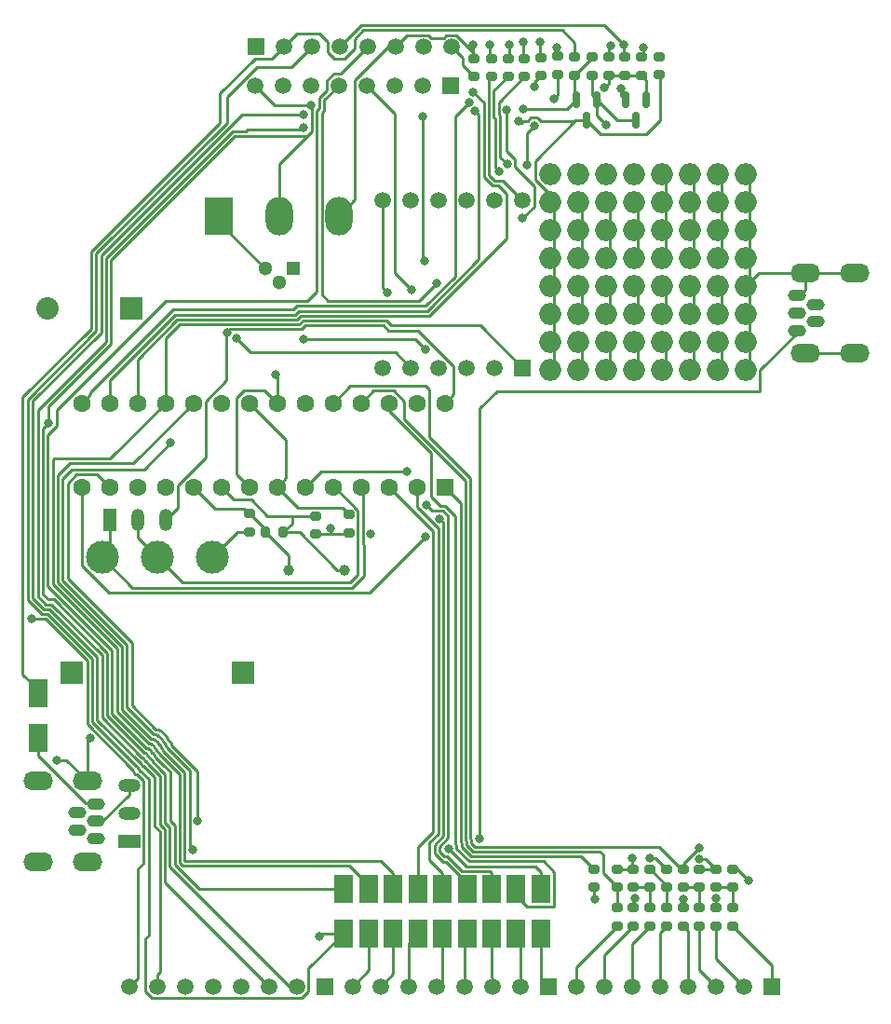
<source format=gbr>
%TF.GenerationSoftware,KiCad,Pcbnew,(6.0.0)*%
%TF.CreationDate,2023-02-05T23:32:21-08:00*%
%TF.ProjectId,Luciebox_v5,4c756369-6562-46f7-985f-76352e6b6963,rev?*%
%TF.SameCoordinates,Original*%
%TF.FileFunction,Copper,L1,Top*%
%TF.FilePolarity,Positive*%
%FSLAX46Y46*%
G04 Gerber Fmt 4.6, Leading zero omitted, Abs format (unit mm)*
G04 Created by KiCad (PCBNEW (6.0.0)) date 2023-02-05 23:32:21*
%MOMM*%
%LPD*%
G01*
G04 APERTURE LIST*
G04 Aperture macros list*
%AMRoundRect*
0 Rectangle with rounded corners*
0 $1 Rounding radius*
0 $2 $3 $4 $5 $6 $7 $8 $9 X,Y pos of 4 corners*
0 Add a 4 corners polygon primitive as box body*
4,1,4,$2,$3,$4,$5,$6,$7,$8,$9,$2,$3,0*
0 Add four circle primitives for the rounded corners*
1,1,$1+$1,$2,$3*
1,1,$1+$1,$4,$5*
1,1,$1+$1,$6,$7*
1,1,$1+$1,$8,$9*
0 Add four rect primitives between the rounded corners*
20,1,$1+$1,$2,$3,$4,$5,0*
20,1,$1+$1,$4,$5,$6,$7,0*
20,1,$1+$1,$6,$7,$8,$9,0*
20,1,$1+$1,$8,$9,$2,$3,0*%
G04 Aperture macros list end*
%TA.AperFunction,SMDPad,CuDef*%
%ADD10RoundRect,0.200000X-0.275000X0.200000X-0.275000X-0.200000X0.275000X-0.200000X0.275000X0.200000X0*%
%TD*%
%TA.AperFunction,SMDPad,CuDef*%
%ADD11RoundRect,0.200000X0.275000X-0.200000X0.275000X0.200000X-0.275000X0.200000X-0.275000X-0.200000X0*%
%TD*%
%TA.AperFunction,SMDPad,CuDef*%
%ADD12R,1.800000X2.500000*%
%TD*%
%TA.AperFunction,ComponentPad*%
%ADD13R,2.000000X1.200000*%
%TD*%
%TA.AperFunction,ComponentPad*%
%ADD14O,2.000000X1.200000*%
%TD*%
%TA.AperFunction,SMDPad,CuDef*%
%ADD15RoundRect,0.150000X-0.150000X0.587500X-0.150000X-0.587500X0.150000X-0.587500X0.150000X0.587500X0*%
%TD*%
%TA.AperFunction,ComponentPad*%
%ADD16C,1.000000*%
%TD*%
%TA.AperFunction,ComponentPad*%
%ADD17O,1.650000X1.100000*%
%TD*%
%TA.AperFunction,ComponentPad*%
%ADD18O,2.700000X1.700000*%
%TD*%
%TA.AperFunction,SMDPad,CuDef*%
%ADD19RoundRect,0.200000X0.200000X0.275000X-0.200000X0.275000X-0.200000X-0.275000X0.200000X-0.275000X0*%
%TD*%
%TA.AperFunction,ComponentPad*%
%ADD20R,1.300000X1.300000*%
%TD*%
%TA.AperFunction,ComponentPad*%
%ADD21C,1.300000*%
%TD*%
%TA.AperFunction,ComponentPad*%
%ADD22R,1.200000X2.000000*%
%TD*%
%TA.AperFunction,ComponentPad*%
%ADD23O,1.200000X2.000000*%
%TD*%
%TA.AperFunction,ComponentPad*%
%ADD24O,2.000000X2.000000*%
%TD*%
%TA.AperFunction,ComponentPad*%
%ADD25R,2.500000X3.500000*%
%TD*%
%TA.AperFunction,ComponentPad*%
%ADD26O,2.500000X3.500000*%
%TD*%
%TA.AperFunction,ComponentPad*%
%ADD27R,1.500000X1.500000*%
%TD*%
%TA.AperFunction,ComponentPad*%
%ADD28C,1.500000*%
%TD*%
%TA.AperFunction,ComponentPad*%
%ADD29R,1.600000X1.600000*%
%TD*%
%TA.AperFunction,ComponentPad*%
%ADD30C,1.600000*%
%TD*%
%TA.AperFunction,WasherPad*%
%ADD31R,2.000000X2.100000*%
%TD*%
%TA.AperFunction,ComponentPad*%
%ADD32C,3.000000*%
%TD*%
%TA.AperFunction,ComponentPad*%
%ADD33R,2.032000X2.032000*%
%TD*%
%TA.AperFunction,ComponentPad*%
%ADD34C,2.032000*%
%TD*%
%TA.AperFunction,ViaPad*%
%ADD35C,0.800000*%
%TD*%
%TA.AperFunction,Conductor*%
%ADD36C,0.250000*%
%TD*%
G04 APERTURE END LIST*
D10*
%TO.P,R11,1*%
%TO.N,Net-(R10-Pad2)*%
X56026800Y-77946000D03*
%TO.P,R11,2*%
%TO.N,Net-(R11-Pad2)*%
X56026800Y-79596000D03*
%TD*%
D11*
%TO.P,R13,1*%
%TO.N,Net-(R12-Pad2)*%
X59026800Y-79596000D03*
%TO.P,R13,2*%
%TO.N,GND*%
X59026800Y-77946000D03*
%TD*%
%TO.P,R5,1*%
%TO.N,Net-(R5-Pad1)*%
X43100000Y-5950000D03*
%TO.P,R5,2*%
%TO.N,/11(PWM-MOSI)*%
X43100000Y-4300000D03*
%TD*%
D12*
%TO.P,D7,1,K*%
%TO.N,/13(SCK)*%
X34173600Y-79788000D03*
%TO.P,D7,2,A*%
%TO.N,Net-(D7-Pad2)*%
X34173600Y-83788000D03*
%TD*%
%TO.P,D1,1,K*%
%TO.N,/7*%
X47599600Y-79788000D03*
%TO.P,D1,2,A*%
%TO.N,Net-(D1-Pad2)*%
X47599600Y-83788000D03*
%TD*%
%TO.P,D2,1,K*%
%TO.N,/A3*%
X45349600Y-79788000D03*
%TO.P,D2,2,A*%
%TO.N,Net-(D2-Pad2)*%
X45349600Y-83788000D03*
%TD*%
%TO.P,D3,1,K*%
%TO.N,/4*%
X43114400Y-79788000D03*
%TO.P,D3,2,A*%
%TO.N,Net-(D3-Pad2)*%
X43114400Y-83788000D03*
%TD*%
D13*
%TO.P,T5,1,1*%
%TO.N,Net-(J1-Pad2)*%
X10160000Y-75438000D03*
D14*
%TO.P,T5,2,2*%
%TO.N,Net-(J1-Pad4)*%
X10160000Y-72898000D03*
%TO.P,T5,3,3*%
%TO.N,Net-(J1-Pad3)*%
X10160000Y-70358000D03*
%TD*%
D10*
%TO.P,R8,1*%
%TO.N,Net-(R11-Pad2)*%
X57526800Y-81471000D03*
%TO.P,R8,2*%
%TO.N,Net-(R8-Pad2)*%
X57526800Y-83121000D03*
%TD*%
D15*
%TO.P,Q1,1,G*%
%TO.N,Net-(Q1-Pad1)*%
X52700000Y-8062500D03*
%TO.P,Q1,2,S*%
%TO.N,/Vin*%
X50800000Y-8062500D03*
%TO.P,Q1,3,D*%
%TO.N,VCC*%
X51750000Y-9937500D03*
%TD*%
D11*
%TO.P,C2,1*%
%TO.N,GND*%
X27118000Y-47510000D03*
%TO.P,C2,2*%
%TO.N,Net-(C2-Pad2)*%
X27118000Y-45860000D03*
%TD*%
D16*
%TO.P,Y1,1,1*%
%TO.N,Net-(C2-Pad2)*%
X29718000Y-50800000D03*
%TO.P,Y1,2,2*%
%TO.N,Net-(C3-Pad2)*%
X24638000Y-50800000D03*
%TD*%
D11*
%TO.P,R_0_if_no_auto_power_off1,1*%
%TO.N,VCC*%
X41503600Y-5942600D03*
%TO.P,R_0_if_no_auto_power_off1,2*%
%TO.N,/Vin*%
X41503600Y-4292600D03*
%TD*%
%TO.P,R23,1*%
%TO.N,Net-(R18-Pad1)*%
X65026800Y-79596000D03*
%TO.P,R23,2*%
%TO.N,GND*%
X65026800Y-77946000D03*
%TD*%
D12*
%TO.P,D5,1,K*%
%TO.N,/0(Rx)*%
X38644000Y-79788000D03*
%TO.P,D5,2,A*%
%TO.N,Net-(D5-Pad2)*%
X38644000Y-83788000D03*
%TD*%
D10*
%TO.P,R28,1*%
%TO.N,GND*%
X55250000Y-4175000D03*
%TO.P,R28,2*%
%TO.N,Net-(Q2-Pad1)*%
X55250000Y-5825000D03*
%TD*%
%TO.P,R6,1*%
%TO.N,/A2*%
X54526800Y-81471000D03*
%TO.P,R6,2*%
%TO.N,Net-(R6-Pad2)*%
X54526800Y-83121000D03*
%TD*%
D12*
%TO.P,D10,1,K*%
%TO.N,Net-(D10-Pad1)*%
X29652400Y-79788000D03*
%TO.P,D10,2,A*%
%TO.N,Net-(D10-Pad2)*%
X29652400Y-83788000D03*
%TD*%
%TO.P,D9,1,K*%
%TO.N,Net-(D9-Pad1)*%
X1879600Y-62008000D03*
%TO.P,D9,2,A*%
%TO.N,Net-(D9-Pad2)*%
X1879600Y-66008000D03*
%TD*%
D15*
%TO.P,Q2,1,C*%
%TO.N,Net-(Q2-Pad1)*%
X57185600Y-8054100D03*
%TO.P,Q2,2,B*%
%TO.N,GND*%
X55285600Y-8054100D03*
%TO.P,Q2,3,E*%
%TO.N,Net-(Q1-Pad1)*%
X56235600Y-9929100D03*
%TD*%
D10*
%TO.P,R25,1*%
%TO.N,/Vin*%
X52250000Y-4175000D03*
%TO.P,R25,2*%
%TO.N,Net-(Q1-Pad1)*%
X52250000Y-5825000D03*
%TD*%
%TO.P,R7,1*%
%TO.N,Net-(R10-Pad2)*%
X56026800Y-81471000D03*
%TO.P,R7,2*%
%TO.N,Net-(R7-Pad2)*%
X56026800Y-83121000D03*
%TD*%
%TO.P,R22,1*%
%TO.N,Net-(R17-Pad1)*%
X63526800Y-77946000D03*
%TO.P,R22,2*%
%TO.N,Net-(R18-Pad1)*%
X63526800Y-79596000D03*
%TD*%
D12*
%TO.P,D4,1,K*%
%TO.N,/8*%
X40879200Y-79788000D03*
%TO.P,D4,2,A*%
%TO.N,Net-(D4-Pad2)*%
X40879200Y-83788000D03*
%TD*%
D11*
%TO.P,R_reset_pullup1,1*%
%TO.N,VCC*%
X52425600Y-79615800D03*
%TO.P,R_reset_pullup1,2*%
%TO.N,Net-(R_reset_pullup1-Pad2)*%
X52425600Y-77965800D03*
%TD*%
D10*
%TO.P,C1,1*%
%TO.N,VCC*%
X30166000Y-45763000D03*
%TO.P,C1,2*%
%TO.N,GND*%
X30166000Y-47413000D03*
%TD*%
D17*
%TO.P,J1,1,GND*%
%TO.N,GND*%
X7150000Y-75218000D03*
%TO.P,J1,2,ID*%
%TO.N,Net-(J1-Pad2)*%
X5450000Y-74418000D03*
%TO.P,J1,3,D+*%
%TO.N,Net-(J1-Pad3)*%
X7150000Y-73618000D03*
%TO.P,J1,4,D-*%
%TO.N,Net-(J1-Pad4)*%
X5450000Y-72818000D03*
%TO.P,J1,5,VBUS*%
%TO.N,Net-(D9-Pad2)*%
X7150000Y-72018000D03*
D18*
%TO.P,J1,6,Shield*%
%TO.N,GND*%
X6360720Y-77268000D03*
X1850000Y-69968000D03*
X1850000Y-77268000D03*
X6360720Y-69968000D03*
%TD*%
D17*
%TO.P,J2,1,GND*%
%TO.N,GND*%
X70850000Y-25832000D03*
%TO.P,J2,2,ID*%
%TO.N,unconnected-(J2-Pad2)*%
X72550000Y-26632000D03*
%TO.P,J2,3,D+*%
%TO.N,unconnected-(J2-Pad3)*%
X70850000Y-27432000D03*
%TO.P,J2,4,D-*%
%TO.N,unconnected-(J2-Pad4)*%
X72550000Y-28232000D03*
%TO.P,J2,5,VBUS*%
%TO.N,Net-(D9-Pad2)*%
X70850000Y-29032000D03*
D18*
%TO.P,J2,6,Shield*%
%TO.N,GND*%
X71639280Y-31082000D03*
X76150000Y-23782000D03*
X76150000Y-31082000D03*
X71639280Y-23782000D03*
%TD*%
D19*
%TO.P,R19,1*%
%TO.N,Net-(C2-Pad2)*%
X24193000Y-47360000D03*
%TO.P,R19,2*%
%TO.N,Net-(C3-Pad2)*%
X22543000Y-47360000D03*
%TD*%
D10*
%TO.P,R9,1*%
%TO.N,Net-(R12-Pad2)*%
X59026800Y-81471000D03*
%TO.P,R9,2*%
%TO.N,Net-(R9-Pad2)*%
X59026800Y-83121000D03*
%TD*%
D11*
%TO.P,R26,1*%
%TO.N,Net-(Q2-Pad1)*%
X56750000Y-5825000D03*
%TO.P,R26,2*%
%TO.N,Net-(R26-Pad2)*%
X56750000Y-4175000D03*
%TD*%
D10*
%TO.P,R17,1*%
%TO.N,Net-(R17-Pad1)*%
X63526800Y-81471000D03*
%TO.P,R17,2*%
%TO.N,Net-(R17-Pad2)*%
X63526800Y-83121000D03*
%TD*%
D11*
%TO.P,R_vcc_protected1,1*%
%TO.N,VCC*%
X58318400Y-5803400D03*
%TO.P,R_vcc_protected1,2*%
%TO.N,VCC_minimalCurrent*%
X58318400Y-4153400D03*
%TD*%
D20*
%TO.P,Q4,1,C*%
%TO.N,GND*%
X25044400Y-23414400D03*
D21*
%TO.P,Q4,2,B*%
%TO.N,Net-(Q2-Pad1)*%
X23774400Y-24684400D03*
%TO.P,Q4,3,E*%
%TO.N,Net-(Q1-Pad1)*%
X22504400Y-23414400D03*
%TD*%
D11*
%TO.P,R3,1*%
%TO.N,Net-(R3-Pad1)*%
X46100000Y-5950000D03*
%TO.P,R3,2*%
%TO.N,/9(PWM)*%
X46100000Y-4300000D03*
%TD*%
%TO.P,R21,1*%
%TO.N,Net-(R16-Pad1)*%
X62026800Y-79596000D03*
%TO.P,R21,2*%
%TO.N,Net-(R17-Pad1)*%
X62026800Y-77946000D03*
%TD*%
D10*
%TO.P,R16,1*%
%TO.N,Net-(R16-Pad1)*%
X62026800Y-81471000D03*
%TO.P,R16,2*%
%TO.N,Net-(R16-Pad2)*%
X62026800Y-83121000D03*
%TD*%
%TO.P,R_0_if_no_usb_switch1,1*%
%TO.N,Net-(D9-Pad1)*%
X50675000Y-4175000D03*
%TO.P,R_0_if_no_usb_switch1,2*%
%TO.N,/Vin*%
X50675000Y-5825000D03*
%TD*%
D11*
%TO.P,R2,1*%
%TO.N,Net-(R2-Pad1)*%
X47600000Y-5850000D03*
%TO.P,R2,2*%
%TO.N,/5(PWM)*%
X47600000Y-4200000D03*
%TD*%
D12*
%TO.P,D8,1,K*%
%TO.N,/12(MISO)*%
X31938400Y-79788000D03*
%TO.P,D8,2,A*%
%TO.N,Net-(D8-Pad2)*%
X31938400Y-83788000D03*
%TD*%
D22*
%TO.P,T2,1,1*%
%TO.N,/2*%
X8382000Y-46228000D03*
D23*
%TO.P,T2,2,2*%
%TO.N,/3(PWM)*%
X10922000Y-46228000D03*
%TO.P,T2,3,3*%
%TO.N,/A5(SCL)*%
X13462000Y-46228000D03*
%TD*%
D12*
%TO.P,D6,1,K*%
%TO.N,/1(Tx)*%
X36408800Y-79788000D03*
%TO.P,D6,2,A*%
%TO.N,Net-(D6-Pad2)*%
X36408800Y-83788000D03*
%TD*%
D11*
%TO.P,C3,1*%
%TO.N,GND*%
X21082000Y-47307000D03*
%TO.P,C3,2*%
%TO.N,Net-(C3-Pad2)*%
X21082000Y-45657000D03*
%TD*%
D10*
%TO.P,R18,1*%
%TO.N,Net-(R18-Pad1)*%
X65026800Y-81471000D03*
%TO.P,R18,2*%
%TO.N,Net-(R18-Pad2)*%
X65026800Y-83121000D03*
%TD*%
D11*
%TO.P,R1,1*%
%TO.N,Net-(R1-Pad1)*%
X49100000Y-5750000D03*
%TO.P,R1,2*%
%TO.N,/6(PWM)*%
X49100000Y-4100000D03*
%TD*%
%TO.P,R4,1*%
%TO.N,Net-(R4-Pad1)*%
X44600000Y-5950000D03*
%TO.P,R4,2*%
%TO.N,/10(PWM-SS)*%
X44600000Y-4300000D03*
%TD*%
%TO.P,R27,1*%
%TO.N,Net-(Q2-Pad1)*%
X53750000Y-5825000D03*
%TO.P,R27,2*%
%TO.N,/A4(SDA)*%
X53750000Y-4175000D03*
%TD*%
D24*
%TO.P,U2,1*%
%TO.N,VCC*%
X48425100Y-32562800D03*
%TO.P,U2,2*%
X48412400Y-30022800D03*
%TO.P,U2,3*%
X48425100Y-27482800D03*
%TO.P,U2,4*%
X48437800Y-24942800D03*
%TO.P,U2,5*%
X48425100Y-22402800D03*
%TO.P,U2,6*%
X48412400Y-19862800D03*
%TO.P,U2,7*%
X48425100Y-17322800D03*
%TO.P,U2,8*%
%TO.N,unconnected-(U2-Pad8)*%
X48412400Y-14782800D03*
%TO.P,U2,9*%
%TO.N,Net-(U2-Pad10)*%
X50965100Y-32562800D03*
%TO.P,U2,10*%
X50952400Y-30022800D03*
%TO.P,U2,11*%
%TO.N,Net-(U2-Pad11)*%
X50965100Y-27482800D03*
%TO.P,U2,12*%
X50977800Y-24942800D03*
%TO.P,U2,13*%
%TO.N,Net-(U2-Pad13)*%
X50965100Y-22402800D03*
%TO.P,U2,14*%
X50952400Y-19862800D03*
%TO.P,U2,15*%
X50965100Y-17322800D03*
%TO.P,U2,16*%
%TO.N,unconnected-(U2-Pad16)*%
X50952400Y-14782800D03*
%TO.P,U2,17*%
%TO.N,Net-(U2-Pad17)*%
X53505100Y-32562800D03*
%TO.P,U2,18*%
X53492400Y-30022800D03*
%TO.P,U2,19*%
%TO.N,Net-(U2-Pad19)*%
X53505100Y-27482800D03*
%TO.P,U2,20*%
X53517800Y-24942800D03*
%TO.P,U2,21*%
%TO.N,Net-(U2-Pad21)*%
X53505100Y-22402800D03*
%TO.P,U2,22*%
X53492400Y-19862800D03*
%TO.P,U2,23*%
X53505100Y-17322800D03*
%TO.P,U2,24*%
%TO.N,unconnected-(U2-Pad24)*%
X53492400Y-14782800D03*
%TO.P,U2,25*%
%TO.N,Net-(U2-Pad25)*%
X56045100Y-32562800D03*
%TO.P,U2,26*%
X56032400Y-30022800D03*
%TO.P,U2,27*%
%TO.N,Net-(U2-Pad27)*%
X56045100Y-27482800D03*
%TO.P,U2,28*%
X56057800Y-24942800D03*
%TO.P,U2,29*%
%TO.N,Net-(U2-Pad29)*%
X56045100Y-22402800D03*
%TO.P,U2,30*%
X56032400Y-19862800D03*
%TO.P,U2,31*%
X56045100Y-17322800D03*
%TO.P,U2,32*%
%TO.N,unconnected-(U2-Pad32)*%
X56032400Y-14782800D03*
%TO.P,U2,33*%
%TO.N,Net-(U2-Pad33)*%
X58585100Y-32562800D03*
%TO.P,U2,34*%
X58572400Y-30022800D03*
%TO.P,U2,35*%
%TO.N,Net-(U2-Pad35)*%
X58585100Y-27482800D03*
%TO.P,U2,36*%
X58597800Y-24942800D03*
%TO.P,U2,37*%
%TO.N,Net-(U2-Pad37)*%
X58585100Y-22402800D03*
%TO.P,U2,38*%
X58572400Y-19862800D03*
%TO.P,U2,39*%
X58585100Y-17322800D03*
%TO.P,U2,40*%
X58572400Y-14782800D03*
%TO.P,U2,41*%
%TO.N,Net-(U2-Pad41)*%
X61125100Y-32562800D03*
%TO.P,U2,42*%
X61112400Y-30022800D03*
%TO.P,U2,43*%
%TO.N,Net-(U2-Pad43)*%
X61125100Y-27482800D03*
%TO.P,U2,44*%
X61137800Y-24942800D03*
%TO.P,U2,45*%
%TO.N,Net-(U2-Pad45)*%
X61125100Y-22402800D03*
%TO.P,U2,46*%
X61112400Y-19862800D03*
%TO.P,U2,47*%
X61125100Y-17322800D03*
%TO.P,U2,48*%
X61112400Y-14782800D03*
%TO.P,U2,49*%
%TO.N,Net-(U2-Pad49)*%
X63665100Y-32562800D03*
%TO.P,U2,50*%
X63652400Y-30022800D03*
%TO.P,U2,51*%
%TO.N,Net-(U2-Pad51)*%
X63665100Y-27482800D03*
%TO.P,U2,52*%
X63677800Y-24942800D03*
%TO.P,U2,53*%
%TO.N,Net-(U2-Pad53)*%
X63665100Y-22402800D03*
%TO.P,U2,54*%
X63652400Y-19862800D03*
%TO.P,U2,55*%
X63665100Y-17322800D03*
%TO.P,U2,56*%
X63652400Y-14782800D03*
%TO.P,U2,57*%
%TO.N,GND*%
X66205100Y-32562800D03*
%TO.P,U2,58*%
X66192400Y-30022800D03*
%TO.P,U2,59*%
X66205100Y-27482800D03*
%TO.P,U2,60*%
X66217800Y-24942800D03*
%TO.P,U2,61*%
X66205100Y-22402800D03*
%TO.P,U2,62*%
X66192400Y-19862800D03*
%TO.P,U2,63*%
X66205100Y-17322800D03*
%TO.P,U2,64*%
X66192400Y-14782800D03*
%TD*%
D11*
%TO.P,R10,1*%
%TO.N,/A2*%
X54526800Y-79596000D03*
%TO.P,R10,2*%
%TO.N,Net-(R10-Pad2)*%
X54526800Y-77946000D03*
%TD*%
D10*
%TO.P,R15,1*%
%TO.N,/A1*%
X60526800Y-81471000D03*
%TO.P,R15,2*%
%TO.N,Net-(R15-Pad2)*%
X60526800Y-83121000D03*
%TD*%
%TO.P,R20,1*%
%TO.N,/A1*%
X60526800Y-77946000D03*
%TO.P,R20,2*%
%TO.N,Net-(R16-Pad1)*%
X60526800Y-79596000D03*
%TD*%
D11*
%TO.P,R12,1*%
%TO.N,Net-(R11-Pad2)*%
X57526800Y-79596000D03*
%TO.P,R12,2*%
%TO.N,Net-(R12-Pad2)*%
X57526800Y-77946000D03*
%TD*%
D25*
%TO.P,Q3,1,G*%
%TO.N,Net-(Q1-Pad1)*%
X18299400Y-18591600D03*
D26*
%TO.P,Q3,2,D*%
%TO.N,VCC*%
X23774400Y-18591600D03*
%TO.P,Q3,3,S*%
%TO.N,/Vin*%
X29249400Y-18591600D03*
%TD*%
D27*
%TO.P,T7,1,1*%
%TO.N,unconnected-(T7-Pad1)*%
X39390000Y-6750000D03*
D28*
%TO.P,T7,2,2*%
%TO.N,unconnected-(T7-Pad2)*%
X36850000Y-6750000D03*
%TO.P,T7,3,3*%
%TO.N,unconnected-(T7-Pad3)*%
X34310000Y-6750000D03*
%TO.P,T7,4,4*%
%TO.N,Net-(R_reset_pullup1-Pad2)*%
X31770000Y-6750000D03*
%TO.P,T7,5,5*%
%TO.N,/0(Rx)*%
X29230000Y-6750000D03*
%TO.P,T7,6,6*%
%TO.N,/1(Tx)*%
X26690000Y-6750000D03*
%TO.P,T7,7,7*%
%TO.N,GND*%
X24150000Y-6750000D03*
%TO.P,T7,8,8*%
%TO.N,VCC*%
X21610000Y-6750000D03*
%TD*%
D27*
%TO.P,T1,1,1*%
%TO.N,Net-(D1-Pad2)*%
X48260000Y-88620000D03*
D28*
%TO.P,T1,2,2*%
%TO.N,Net-(D2-Pad2)*%
X45720000Y-88620000D03*
%TO.P,T1,3,3*%
%TO.N,Net-(D3-Pad2)*%
X43180000Y-88620000D03*
%TO.P,T1,4,4*%
%TO.N,Net-(D4-Pad2)*%
X40640000Y-88620000D03*
%TO.P,T1,5,5*%
%TO.N,Net-(D5-Pad2)*%
X38100000Y-88620000D03*
%TO.P,T1,6,6*%
%TO.N,Net-(D6-Pad2)*%
X35560000Y-88620000D03*
%TO.P,T1,7,7*%
%TO.N,Net-(D7-Pad2)*%
X33020000Y-88620000D03*
%TO.P,T1,8,8*%
%TO.N,Net-(D8-Pad2)*%
X30480000Y-88620000D03*
%TD*%
D27*
%TO.P,U1,1,e*%
%TO.N,/12(MISO)*%
X45940000Y-32440000D03*
D28*
%TO.P,U1,2,d*%
%TO.N,/8*%
X43400000Y-32440000D03*
%TO.P,U1,3,DPX*%
%TO.N,/0(Rx)*%
X40860000Y-32440000D03*
%TO.P,U1,4,c*%
%TO.N,/4*%
X38320000Y-32440000D03*
%TO.P,U1,5,g*%
%TO.N,/1(Tx)*%
X35780000Y-32440000D03*
%TO.P,U1,6,CA4*%
%TO.N,Net-(R2-Pad1)*%
X33240000Y-32440000D03*
%TO.P,U1,7,b*%
%TO.N,/A3*%
X33240000Y-17200000D03*
%TO.P,U1,8,CA3*%
%TO.N,Net-(R3-Pad1)*%
X35780000Y-17200000D03*
%TO.P,U1,9,CA2*%
%TO.N,Net-(R4-Pad1)*%
X38320000Y-17200000D03*
%TO.P,U1,10,f*%
%TO.N,/13(SCK)*%
X40860000Y-17200000D03*
%TO.P,U1,11,a*%
%TO.N,/7*%
X43400000Y-17200000D03*
%TO.P,U1,12,CA1*%
%TO.N,Net-(R5-Pad1)*%
X45940000Y-17200000D03*
%TD*%
D29*
%TO.P,U3,1,~{RESET}/PC6*%
%TO.N,Net-(R_reset_pullup1-Pad2)*%
X38855000Y-43250000D03*
D30*
%TO.P,U3,2,PD0*%
%TO.N,/0(Rx)*%
X36315000Y-43250000D03*
%TO.P,U3,3,PD1*%
%TO.N,/1(Tx)*%
X33775000Y-43250000D03*
%TO.P,U3,4,PD2*%
%TO.N,/2*%
X31235000Y-43250000D03*
%TO.P,U3,5,PD3*%
%TO.N,/3(PWM)*%
X28695000Y-43250000D03*
%TO.P,U3,6,PD4*%
%TO.N,/4*%
X26155000Y-43250000D03*
%TO.P,U3,7,VCC*%
%TO.N,VCC*%
X23615000Y-43250000D03*
%TO.P,U3,8,GND*%
%TO.N,GND*%
X21075000Y-43250000D03*
%TO.P,U3,9,XTAL1/PB6*%
%TO.N,Net-(C2-Pad2)*%
X18535000Y-43250000D03*
%TO.P,U3,10,XTAL2/PB7*%
%TO.N,Net-(C3-Pad2)*%
X15995000Y-43250000D03*
%TO.P,U3,11,PD5*%
%TO.N,/5(PWM)*%
X13455000Y-43250000D03*
%TO.P,U3,12,PD6*%
%TO.N,/6(PWM)*%
X10915000Y-43250000D03*
%TO.P,U3,13,PD7*%
%TO.N,/7*%
X8375000Y-43250000D03*
%TO.P,U3,14,PB0*%
%TO.N,/8*%
X5835000Y-43250000D03*
%TO.P,U3,15,PB1*%
%TO.N,/9(PWM)*%
X5835000Y-35630000D03*
%TO.P,U3,16,PB2*%
%TO.N,/10(PWM-SS)*%
X8375000Y-35630000D03*
%TO.P,U3,17,PB3*%
%TO.N,/11(PWM-MOSI)*%
X10915000Y-35630000D03*
%TO.P,U3,18,PB4*%
%TO.N,/12(MISO)*%
X13455000Y-35630000D03*
%TO.P,U3,19,PB5*%
%TO.N,/13(SCK)*%
X15995000Y-35630000D03*
%TO.P,U3,20,AVCC*%
%TO.N,VCC*%
X18535000Y-35630000D03*
%TO.P,U3,21,AREF*%
X21075000Y-35630000D03*
%TO.P,U3,22,GND*%
%TO.N,GND*%
X23615000Y-35630000D03*
%TO.P,U3,23,PC0*%
%TO.N,/A0*%
X26155000Y-35630000D03*
%TO.P,U3,24,PC1*%
%TO.N,/A1*%
X28695000Y-35630000D03*
%TO.P,U3,25,PC2*%
%TO.N,/A2*%
X31235000Y-35630000D03*
%TO.P,U3,26,PC3*%
%TO.N,/A3*%
X33775000Y-35630000D03*
%TO.P,U3,27,PC4*%
%TO.N,/A4(SDA)*%
X36315000Y-35630000D03*
%TO.P,U3,28,PC5*%
%TO.N,/A5(SCL)*%
X38855000Y-35630000D03*
%TD*%
D31*
%TO.P,S1,*%
%TO.N,*%
X20500000Y-60140000D03*
X4900000Y-60140000D03*
D32*
%TO.P,S1,1,A*%
%TO.N,/2*%
X7700000Y-49640000D03*
%TO.P,S1,2,B*%
%TO.N,/3(PWM)*%
X12700000Y-49640000D03*
%TO.P,S1,3,C*%
%TO.N,GND*%
X17700000Y-49640000D03*
%TD*%
D27*
%TO.P,T6,1,1*%
%TO.N,GND*%
X27940000Y-88620000D03*
D28*
%TO.P,T6,2,2*%
%TO.N,VCC*%
X25400000Y-88620000D03*
%TO.P,T6,3,3*%
%TO.N,Net-(R1-Pad1)*%
X22860000Y-88620000D03*
%TO.P,T6,4,4*%
%TO.N,GND*%
X20320000Y-88620000D03*
%TO.P,T6,5,5*%
%TO.N,Net-(D10-Pad2)*%
X17780000Y-88620000D03*
%TO.P,T6,6,6*%
%TO.N,/A0*%
X15240000Y-88620000D03*
%TO.P,T6,7,7*%
%TO.N,Net-(R26-Pad2)*%
X12700000Y-88620000D03*
%TO.P,T6,8,8*%
%TO.N,/Vin*%
X10160000Y-88620000D03*
%TD*%
D27*
%TO.P,T8,1,1*%
%TO.N,/Vin*%
X21670000Y-3250000D03*
D28*
%TO.P,T8,2,2*%
%TO.N,Net-(D9-Pad1)*%
X24210000Y-3250000D03*
%TO.P,T8,3,3*%
%TO.N,Net-(D10-Pad2)*%
X26750000Y-3250000D03*
%TO.P,T8,4,4*%
%TO.N,GND*%
X29290000Y-3250000D03*
%TO.P,T8,5,5*%
%TO.N,Net-(D10-Pad1)*%
X31830000Y-3250000D03*
%TO.P,T8,6,6*%
%TO.N,/Vin*%
X34370000Y-3250000D03*
%TO.P,T8,7,7*%
%TO.N,GND*%
X36910000Y-3250000D03*
%TO.P,T8,8,8*%
%TO.N,VCC*%
X39450000Y-3250000D03*
%TD*%
D27*
%TO.P,T4,1,1*%
%TO.N,Net-(R18-Pad2)*%
X68580000Y-88620000D03*
D28*
%TO.P,T4,2,2*%
%TO.N,Net-(R17-Pad2)*%
X66040000Y-88620000D03*
%TO.P,T4,3,3*%
%TO.N,Net-(R16-Pad2)*%
X63500000Y-88620000D03*
%TO.P,T4,4,4*%
%TO.N,Net-(R15-Pad2)*%
X60960000Y-88620000D03*
%TO.P,T4,5,5*%
%TO.N,Net-(R9-Pad2)*%
X58420000Y-88620000D03*
%TO.P,T4,6,6*%
%TO.N,Net-(R8-Pad2)*%
X55880000Y-88620000D03*
%TO.P,T4,7,7*%
%TO.N,Net-(R7-Pad2)*%
X53340000Y-88620000D03*
%TO.P,T4,8,8*%
%TO.N,Net-(R6-Pad2)*%
X50800000Y-88620000D03*
%TD*%
D33*
%TO.P,BZ1,1,-*%
%TO.N,/A5(SCL)*%
X10310000Y-27000000D03*
D34*
%TO.P,BZ1,2,+*%
%TO.N,GND*%
X2690000Y-27000000D03*
%TD*%
D35*
%TO.N,/A5(SCL)*%
X19056480Y-29192544D03*
%TO.N,GND*%
X54923490Y-7039536D03*
X55118000Y-3048000D03*
X66500000Y-79000000D03*
X28448000Y-46990000D03*
X32139536Y-47498000D03*
X32139536Y-47498000D03*
X23495000Y-33020000D03*
X57500000Y-76924500D03*
X3556000Y-68072000D03*
X6620367Y-66071299D03*
%TO.N,VCC*%
X52476400Y-80670400D03*
X2835033Y-37409320D03*
X45577907Y-9969017D03*
X26729121Y-8549011D03*
%TO.N,/Vin*%
X45974000Y-8890000D03*
X41402000Y-3048000D03*
X1270000Y-55245000D03*
%TO.N,/A0*%
X13944405Y-39239620D03*
X15936074Y-76236601D03*
X26155000Y-35630000D03*
%TO.N,/A1*%
X60526800Y-80697200D03*
X62000000Y-76000000D03*
%TO.N,/A3*%
X33655254Y-25602947D03*
%TO.N,/A4(SDA)*%
X37114999Y-30764999D03*
X53975000Y-3175000D03*
X26035000Y-29845000D03*
%TO.N,/11(PWM-MOSI)*%
X42926000Y-3048000D03*
X41416109Y-7327908D03*
%TO.N,/10(PWM-SS)*%
X44704000Y-3048000D03*
X41629132Y-9092947D03*
%TO.N,/9(PWM)*%
X41068944Y-8265182D03*
X45974000Y-2794000D03*
%TO.N,/8*%
X38387023Y-46116120D03*
X37084000Y-47752000D03*
%TO.N,/7*%
X16385585Y-73568692D03*
X39214080Y-76112630D03*
%TO.N,/6(PWM)*%
X47010124Y-10424162D03*
X49022000Y-3302000D03*
X46355000Y-13970000D03*
%TO.N,/5(PWM)*%
X44491033Y-9006693D03*
X45920808Y-18840594D03*
X47498000Y-2794000D03*
%TO.N,/4*%
X37162178Y-44844406D03*
X35423351Y-41792649D03*
%TO.N,/1(Tx)*%
X19889628Y-29744694D03*
%TO.N,/0(Rx)*%
X38100000Y-24765000D03*
%TO.N,Net-(Q1-Pad1)*%
X53534799Y-10354799D03*
%TO.N,Net-(R17-Pad1)*%
X62012299Y-77012299D03*
X63526800Y-80595500D03*
%TO.N,Net-(R_reset_pullup1-Pad2)*%
X35866379Y-25338959D03*
%TO.N,Net-(D9-Pad2)*%
X42007088Y-75173097D03*
%TO.N,Net-(D10-Pad2)*%
X27432000Y-84074000D03*
%TO.N,Net-(R1-Pad1)*%
X48805500Y-7944006D03*
X26030800Y-10612097D03*
%TO.N,Net-(R2-Pad1)*%
X36847987Y-9549528D03*
X37025069Y-22707133D03*
X46990000Y-6858000D03*
%TO.N,Net-(R3-Pad1)*%
X44521755Y-13898245D03*
%TO.N,Net-(R4-Pad1)*%
X43815000Y-14605000D03*
%TO.N,Net-(R10-Pad2)*%
X55880000Y-76962000D03*
X56134000Y-80595500D03*
%TO.N,Net-(Q2-Pad1)*%
X53379977Y-6945023D03*
%TO.N,Net-(R26-Pad2)*%
X26051360Y-9388138D03*
X56896000Y-3302000D03*
%TD*%
D36*
%TO.N,/A5(SCL)*%
X19014111Y-33560589D02*
X19014111Y-29234913D01*
X39654999Y-32255410D02*
X36413069Y-29013480D01*
X14579511Y-43075189D02*
X17119511Y-40535189D01*
X36413069Y-29013480D02*
X33760138Y-29013480D01*
X13462000Y-46228000D02*
X14579511Y-45110489D01*
X19331469Y-28917555D02*
X19056480Y-29192544D01*
X19014111Y-29234913D02*
X19056480Y-29192544D01*
X38855000Y-35630000D02*
X39654999Y-34830001D01*
X26159067Y-28575000D02*
X25816512Y-28917555D01*
X39654999Y-34830001D02*
X39654999Y-32255410D01*
X33321658Y-28575000D02*
X26159067Y-28575000D01*
X17119511Y-40535189D02*
X17119511Y-35455189D01*
X14579511Y-45110489D02*
X14579511Y-43075189D01*
X17119511Y-35455189D02*
X19014111Y-33560589D01*
X33760138Y-29013480D02*
X33321658Y-28575000D01*
X25816512Y-28917555D02*
X19331469Y-28917555D01*
%TO.N,GND*%
X66540000Y-30529400D02*
X66540000Y-33056700D01*
X53346467Y-1276467D02*
X31263533Y-1276467D01*
X66540000Y-17816700D02*
X66552700Y-17829400D01*
X28460000Y-47002000D02*
X28448000Y-46990000D01*
X54871964Y-7039536D02*
X54923490Y-7039536D01*
X66552700Y-30516700D02*
X66540000Y-30529400D01*
X4464720Y-68072000D02*
X3556000Y-68072000D01*
X20033000Y-47307000D02*
X21082000Y-47307000D01*
X65026800Y-77946000D02*
X65446000Y-77946000D01*
X76150000Y-31082000D02*
X71639280Y-31082000D01*
X27118000Y-47510000D02*
X28460000Y-47510000D01*
X66565400Y-25449400D02*
X66565400Y-27976700D01*
X54799500Y-7112000D02*
X54871964Y-7039536D01*
X71639280Y-23782000D02*
X76150000Y-23782000D01*
X54923490Y-7691990D02*
X54923490Y-7039536D01*
X28460000Y-47510000D02*
X30069000Y-47510000D01*
X66565400Y-27976700D02*
X66552700Y-27989400D01*
X19950489Y-35164211D02*
X20609211Y-34505489D01*
X17700000Y-49640000D02*
X20033000Y-47307000D01*
X59026800Y-77946000D02*
X58005300Y-76924500D01*
X66552700Y-17829400D02*
X66552700Y-20356700D01*
X55118000Y-3048000D02*
X53346467Y-1276467D01*
X66552700Y-22909400D02*
X66552700Y-25436700D01*
X66540000Y-15289400D02*
X66540000Y-17816700D01*
X20609211Y-34505489D02*
X22490489Y-34505489D01*
X6360720Y-66330946D02*
X6620367Y-66071299D01*
X30069000Y-47510000D02*
X30166000Y-47413000D01*
X66540000Y-33056700D02*
X66552700Y-33069400D01*
X55118000Y-3048000D02*
X55118000Y-4043000D01*
X66217800Y-24942800D02*
X67378600Y-23782000D01*
X67378600Y-23782000D02*
X71639280Y-23782000D01*
X66540000Y-20369400D02*
X66540000Y-22896700D01*
X22490489Y-34505489D02*
X23615000Y-35630000D01*
X23615000Y-33140000D02*
X23495000Y-33020000D01*
X66552700Y-25436700D02*
X66565400Y-25449400D01*
X55285600Y-8054100D02*
X54923490Y-7691990D01*
X66552700Y-20356700D02*
X66540000Y-20369400D01*
X65446000Y-77946000D02*
X66500000Y-79000000D01*
X71639280Y-23782000D02*
X71639280Y-25292720D01*
X71639280Y-25292720D02*
X71100000Y-25832000D01*
X6360720Y-69968000D02*
X6360720Y-66330946D01*
X19950489Y-42125489D02*
X19950489Y-35164211D01*
X6360720Y-69968000D02*
X4464720Y-68072000D01*
X31263533Y-1276467D02*
X29290000Y-3250000D01*
X55118000Y-4043000D02*
X55250000Y-4175000D01*
X28460000Y-47510000D02*
X28460000Y-47002000D01*
X66540000Y-22896700D02*
X66552700Y-22909400D01*
X23615000Y-35630000D02*
X23615000Y-33140000D01*
X66552700Y-27989400D02*
X66552700Y-30516700D01*
X21075000Y-43250000D02*
X19950489Y-42125489D01*
X58005300Y-76924500D02*
X57500000Y-76924500D01*
%TO.N,VCC*%
X58420000Y-9906000D02*
X58420000Y-5905000D01*
X8519979Y-22595021D02*
X19774252Y-11340748D01*
X57150000Y-11176000D02*
X58420000Y-9906000D01*
X13863041Y-77754753D02*
X13863041Y-74185225D01*
X47079501Y-15328797D02*
X48425100Y-16674396D01*
X11682974Y-67431866D02*
X11662928Y-67426856D01*
X39450000Y-3250000D02*
X40464511Y-4264511D01*
X41502600Y-5942600D02*
X40464511Y-4904511D01*
X48772700Y-25436700D02*
X48785400Y-25449400D01*
X48772700Y-22909400D02*
X48772700Y-25436700D01*
X48760000Y-30529400D02*
X48760000Y-33056700D01*
X25400000Y-88620000D02*
X24728288Y-88620000D01*
X26775860Y-8595750D02*
X26729121Y-8549011D01*
X11964263Y-67771161D02*
X11877322Y-67753773D01*
X52425600Y-80619600D02*
X52476400Y-80670400D01*
X48772700Y-17829400D02*
X48772700Y-20356700D01*
X48760000Y-17816700D02*
X48772700Y-17829400D01*
X50741737Y-9972863D02*
X47583425Y-9972863D01*
X52425600Y-79615800D02*
X52425600Y-80619600D01*
X12050849Y-67875443D02*
X12004597Y-67798387D01*
X11977984Y-67791739D02*
X11964266Y-67771162D01*
X48760000Y-22896700D02*
X48772700Y-22909400D01*
X13420966Y-69304486D02*
X13081708Y-68965225D01*
X8519979Y-30215725D02*
X8519979Y-22595021D01*
X12226624Y-68110140D02*
X12091974Y-67885724D01*
X41503600Y-5942600D02*
X41502600Y-5942600D01*
X23615000Y-43250000D02*
X24414999Y-42450001D01*
X48772700Y-30516700D02*
X48760000Y-30529400D01*
X8148041Y-58310225D02*
X3284773Y-53446957D01*
X23409011Y-8549011D02*
X26729121Y-8549011D01*
X2306044Y-52976932D02*
X2306044Y-37938309D01*
X51750000Y-9937500D02*
X52988500Y-11176000D01*
X19774252Y-11340748D02*
X26326748Y-11340748D01*
X46676385Y-9692291D02*
X46399659Y-9969017D01*
X11864182Y-67732156D02*
X11867364Y-67713067D01*
X2835033Y-37409320D02*
X2835033Y-35900671D01*
X47079501Y-13635099D02*
X47079501Y-15328797D01*
X2306044Y-37938309D02*
X2835033Y-37409320D01*
X8148040Y-64031560D02*
X8148041Y-58310225D01*
X52988500Y-11176000D02*
X57150000Y-11176000D01*
X29538480Y-45135480D02*
X25500480Y-45135480D01*
X13863041Y-74185225D02*
X13420967Y-73743151D01*
X11693247Y-67448961D02*
X11683000Y-67431885D01*
X11964266Y-67771162D02*
X11964263Y-67771161D01*
X50777100Y-9937500D02*
X47079501Y-13635099D01*
X48760000Y-20369400D02*
X48760000Y-22896700D01*
X21610000Y-6750000D02*
X23409011Y-8549011D01*
X23774400Y-13893096D02*
X26326748Y-11340748D01*
X11682983Y-67431881D02*
X11682974Y-67431866D01*
X40464511Y-4904511D02*
X40464511Y-4264511D01*
X11502068Y-67385235D02*
X11501538Y-67385058D01*
X11662928Y-67426856D02*
X11650918Y-67410043D01*
X47583425Y-9972863D02*
X47310223Y-9699661D01*
X47283953Y-9699661D02*
X47276583Y-9692291D01*
X24414999Y-42450001D02*
X24414999Y-38969999D01*
X48772700Y-20356700D02*
X48760000Y-20369400D01*
X40492600Y-4292600D02*
X40464511Y-4264511D01*
X12004597Y-67798387D02*
X11977984Y-67791739D01*
X3284773Y-53446957D02*
X2776068Y-53446956D01*
X47276583Y-9692291D02*
X46676385Y-9692291D01*
X50777100Y-9937500D02*
X50741737Y-9972863D01*
X2835033Y-35900671D02*
X8519979Y-30215725D01*
X11650918Y-67410043D02*
X11502068Y-67385235D01*
X45884304Y-10147180D02*
X45706141Y-9969017D01*
X48785400Y-27976700D02*
X48772700Y-27989400D01*
X24728288Y-88620000D02*
X13863041Y-77754753D01*
X11501538Y-67385058D02*
X8148040Y-64031560D01*
X48772700Y-27989400D02*
X48772700Y-30516700D01*
X30166000Y-45763000D02*
X29538480Y-45135480D01*
X48425100Y-16674396D02*
X48425100Y-17322800D01*
X26326748Y-11340748D02*
X26775860Y-10891636D01*
X11877322Y-67753773D02*
X11864182Y-67732156D01*
X13420967Y-73743151D02*
X13420966Y-69304486D01*
X11683000Y-67431885D02*
X11682983Y-67431881D01*
X46399659Y-9969017D02*
X45577907Y-9969017D01*
X13081708Y-68965225D02*
X12226624Y-68110140D01*
X25500480Y-45135480D02*
X23615000Y-43250000D01*
X26775860Y-10891636D02*
X26775860Y-8595750D01*
X45706141Y-9969017D02*
X45577907Y-9969017D01*
X12091974Y-67885724D02*
X12050849Y-67875443D01*
X48785400Y-25449400D02*
X48785400Y-27976700D01*
X51750000Y-9937500D02*
X50777100Y-9937500D01*
X47310223Y-9699661D02*
X47283953Y-9699661D01*
X11779623Y-67590230D02*
X11712137Y-67455258D01*
X48760000Y-33056700D02*
X48772700Y-33069400D01*
X2776068Y-53446956D02*
X2306044Y-52976932D01*
X11867364Y-67713067D02*
X11779623Y-67590230D01*
X24414999Y-38969999D02*
X21075000Y-35630000D01*
X11712137Y-67455258D02*
X11693247Y-67448961D01*
X58420000Y-5905000D02*
X58318400Y-5803400D01*
X23774400Y-18591600D02*
X23774400Y-13893096D01*
%TO.N,Net-(C2-Pad2)*%
X25006000Y-46547000D02*
X25006000Y-45860000D01*
X22746000Y-45860000D02*
X21260511Y-44374511D01*
X25657000Y-47360000D02*
X29097000Y-50800000D01*
X19659511Y-44374511D02*
X18535000Y-43250000D01*
X24193000Y-47360000D02*
X25657000Y-47360000D01*
X29097000Y-50800000D02*
X29718000Y-50800000D01*
X25006000Y-45860000D02*
X22746000Y-45860000D01*
X24193000Y-47360000D02*
X25006000Y-46547000D01*
X27118000Y-45860000D02*
X25006000Y-45860000D01*
X21260511Y-44374511D02*
X19659511Y-44374511D01*
%TO.N,Net-(C3-Pad2)*%
X17957000Y-45212000D02*
X15995000Y-43250000D01*
X24638000Y-49455000D02*
X22543000Y-47360000D01*
X22543000Y-47360000D02*
X22543000Y-47118000D01*
X21082000Y-45657000D02*
X20637000Y-45212000D01*
X22543000Y-47118000D02*
X21082000Y-45657000D01*
X24638000Y-49455000D02*
X24638000Y-50800000D01*
X20637000Y-45212000D02*
X17957000Y-45212000D01*
%TO.N,Net-(D1-Pad2)*%
X47599600Y-83788000D02*
X47599600Y-87959600D01*
X47599600Y-87959600D02*
X48260000Y-88620000D01*
%TO.N,Net-(J1-Pad3)*%
X10160000Y-71190532D02*
X10160000Y-70358000D01*
X6900000Y-73618000D02*
X7732532Y-73618000D01*
X7732532Y-73618000D02*
X10160000Y-71190532D01*
%TO.N,/Vin*%
X6350000Y-59055000D02*
X2539996Y-55245002D01*
X41503600Y-3784011D02*
X39895078Y-2175489D01*
X41402000Y-3048000D02*
X41402000Y-4191000D01*
X10160000Y-88620000D02*
X10910000Y-87870000D01*
X50800000Y-8062500D02*
X49972500Y-8890000D01*
X41503600Y-4292600D02*
X41503600Y-3784011D01*
X35444511Y-2175489D02*
X34370000Y-3250000D01*
X30695489Y-17145511D02*
X30695489Y-6304922D01*
X41402000Y-4191000D02*
X41503600Y-4292600D01*
X30695489Y-6304922D02*
X33750411Y-3250000D01*
X39895078Y-2175489D02*
X39004921Y-2175490D01*
X50675000Y-5825000D02*
X50675000Y-7937500D01*
X10910000Y-77990000D02*
X11484511Y-77415489D01*
X39004921Y-2175490D02*
X38757390Y-2423021D01*
X52250000Y-4175000D02*
X52250000Y-4250000D01*
X50675000Y-7937500D02*
X50800000Y-8062500D01*
X11484511Y-69969825D02*
X10887160Y-69372474D01*
X10910000Y-87870000D02*
X10910000Y-77990000D01*
X10457120Y-68883454D02*
X6349997Y-64776332D01*
X10887160Y-69372474D02*
X10726415Y-69332287D01*
X11484511Y-77415489D02*
X11484511Y-69969825D01*
X10726415Y-69332287D02*
X10457120Y-68883454D01*
X29249400Y-18591600D02*
X30695489Y-17145511D01*
X38757390Y-2423021D02*
X37602610Y-2423021D01*
X37355078Y-2175489D02*
X35444511Y-2175489D01*
X49972500Y-8890000D02*
X45974000Y-8890000D01*
X2539996Y-55245002D02*
X1270000Y-55245000D01*
X6349997Y-64776332D02*
X6350000Y-59055000D01*
X37602610Y-2423021D02*
X37355078Y-2175489D01*
X33750411Y-3250000D02*
X34370000Y-3250000D01*
X52250000Y-4250000D02*
X50675000Y-5825000D01*
%TO.N,/A0*%
X12819671Y-65852131D02*
X12819711Y-65852195D01*
X13500860Y-66739099D02*
X13511946Y-66757575D01*
X15661085Y-75961612D02*
X15936074Y-76236601D01*
X12968394Y-65978699D02*
X12987269Y-65984990D01*
X12724609Y-65787661D02*
X12731987Y-65799258D01*
X12818925Y-65851955D02*
X12819671Y-65852131D01*
X12861539Y-65888431D02*
X12870697Y-65891484D01*
X13944405Y-39239620D02*
X11508046Y-41675979D01*
X12827235Y-65857715D02*
X12827266Y-65857722D01*
X12886791Y-65911627D02*
X12899893Y-65914902D01*
X12635355Y-65743361D02*
X12661800Y-65747138D01*
X13279727Y-66345364D02*
X13355255Y-66496420D01*
X12681163Y-65758910D02*
X12682615Y-65760943D01*
X12843698Y-65869705D02*
X12844157Y-65870480D01*
X12612554Y-65718658D02*
X12612557Y-65718658D01*
X12724562Y-65787630D02*
X12724577Y-65787654D01*
X13355255Y-66496420D02*
X13387686Y-66550473D01*
X12348624Y-65689328D02*
X12365115Y-65691161D01*
X12841512Y-65868105D02*
X12841572Y-65868120D01*
X12836385Y-65866065D02*
X12839990Y-65866952D01*
X12839990Y-65866952D02*
X12840509Y-65867809D01*
X12845028Y-65870706D02*
X12848755Y-65877041D01*
X12873109Y-65896309D02*
X12880337Y-65898718D01*
X12922606Y-65952751D02*
X12958158Y-65961639D01*
X13002204Y-66004667D02*
X13014067Y-66009116D01*
X12856002Y-65878956D02*
X12856013Y-65878959D01*
X13014071Y-66009126D02*
X13014083Y-66009130D01*
X12840509Y-65867809D02*
X12841480Y-65868052D01*
X12827266Y-65857722D02*
X12828457Y-65859626D01*
X12827217Y-65857686D02*
X12827235Y-65857715D01*
X12997118Y-65993768D02*
X13002204Y-66004667D01*
X12685074Y-65761377D02*
X12699563Y-65782076D01*
X12813733Y-65847892D02*
X12815432Y-65850591D01*
X13133615Y-66131335D02*
X13171060Y-66243670D01*
X12855997Y-65878947D02*
X12856002Y-65878956D01*
X12899893Y-65914902D02*
X12899896Y-65914907D01*
X12681149Y-65758901D02*
X12681154Y-65758909D01*
X13036062Y-66033781D02*
X13055573Y-66092313D01*
X15661084Y-69001788D02*
X15661085Y-75961612D01*
X12822869Y-65856684D02*
X12827217Y-65857686D01*
X13654548Y-66995244D02*
X15661084Y-69001788D01*
X4122490Y-51741856D02*
X9946083Y-57565449D01*
X13250545Y-66304715D02*
X13250557Y-66304739D01*
X12818521Y-65851307D02*
X12818925Y-65851955D01*
X12745341Y-65802605D02*
X12766002Y-65837039D01*
X12841480Y-65868052D02*
X12841512Y-65868105D01*
X9946083Y-57565449D02*
X9946087Y-63286791D01*
X13014083Y-66009130D02*
X13022118Y-66026809D01*
X12675948Y-65755701D02*
X12677897Y-65758359D01*
X12899901Y-65914908D02*
X12922606Y-65952751D01*
X12844157Y-65870480D02*
X12845028Y-65870706D01*
X12819991Y-65852548D02*
X12820375Y-65852639D01*
X13014067Y-66009116D02*
X13014071Y-66009126D01*
X12766002Y-65837039D02*
X12813723Y-65847885D01*
X12682615Y-65760943D02*
X12685074Y-65761377D01*
X13241931Y-66297418D02*
X13244773Y-66302786D01*
X12618250Y-65722837D02*
X12635355Y-65743361D01*
X12990469Y-65991350D02*
X12997118Y-65993768D01*
X12841703Y-65868220D02*
X12842393Y-65869371D01*
X12987305Y-65985022D02*
X12990469Y-65991350D01*
X4122489Y-42485807D02*
X4122490Y-51741856D01*
X12842393Y-65869371D02*
X12843698Y-65869705D01*
X12828457Y-65859626D02*
X12830711Y-65860190D01*
X9946087Y-63286791D02*
X12348624Y-65689328D01*
X12612551Y-65718654D02*
X12612554Y-65718658D01*
X12848755Y-65877041D02*
X12855997Y-65878947D01*
X13250557Y-66304739D02*
X13250583Y-66304748D01*
X12958158Y-65961639D02*
X12968394Y-65978699D01*
X13511946Y-66757575D02*
X13654548Y-66995244D01*
X12813726Y-65847891D02*
X12813733Y-65847892D01*
X12819783Y-65852212D02*
X12819991Y-65852548D01*
X12899896Y-65914907D02*
X12899901Y-65914908D01*
X11508046Y-41675979D02*
X4932317Y-41675979D01*
X12856013Y-65878959D02*
X12861539Y-65888431D01*
X12819711Y-65852195D02*
X12819783Y-65852212D01*
X13387686Y-66550473D02*
X13500860Y-66663647D01*
X12832281Y-65862013D02*
X12832608Y-65862503D01*
X12820375Y-65852639D02*
X12822869Y-65856684D01*
X12987269Y-65984990D02*
X12987276Y-65985004D01*
X12612557Y-65718658D02*
X12615716Y-65722607D01*
X12870697Y-65891484D02*
X12873109Y-65896309D01*
X12615716Y-65722607D02*
X12618250Y-65722837D01*
X12681154Y-65758909D02*
X12681163Y-65758910D01*
X12841636Y-65868203D02*
X12841703Y-65868220D01*
X4932317Y-41675979D02*
X4122489Y-42485807D01*
X13250583Y-66304748D02*
X13269121Y-66341829D01*
X12841572Y-65868120D02*
X12841582Y-65868137D01*
X12987289Y-65985008D02*
X12987294Y-65985018D01*
X12813723Y-65847885D02*
X12813726Y-65847891D01*
X12661827Y-65747154D02*
X12667231Y-65754359D01*
X12987276Y-65985004D02*
X12987289Y-65985008D01*
X13022118Y-66026809D02*
X13036062Y-66033781D01*
X12724577Y-65787654D02*
X12724609Y-65787661D01*
X12365115Y-65691161D02*
X12612551Y-65718654D01*
X12731987Y-65799258D02*
X12745320Y-65802590D01*
X12661810Y-65747152D02*
X12661827Y-65747154D01*
X12830721Y-65860207D02*
X12830738Y-65860211D01*
X12987294Y-65985018D02*
X12987305Y-65985022D01*
X12677897Y-65758359D02*
X12681149Y-65758901D01*
X12699563Y-65782076D02*
X12724562Y-65787630D01*
X12830711Y-65860190D02*
X12830721Y-65860207D01*
X12841582Y-65868137D02*
X12841599Y-65868141D01*
X12831756Y-65861908D02*
X12832281Y-65862013D01*
X13055573Y-66092313D02*
X13133615Y-66131335D01*
X12841599Y-65868141D02*
X12841636Y-65868203D01*
X12880337Y-65898718D02*
X12886791Y-65911627D01*
X12667231Y-65754359D02*
X12675948Y-65755701D01*
X13193769Y-66282599D02*
X13241931Y-66297418D01*
X13250537Y-66304712D02*
X13250545Y-66304715D01*
X12815432Y-65850591D02*
X12818521Y-65851307D01*
X13500860Y-66663647D02*
X13500860Y-66739099D01*
X13250534Y-66304706D02*
X13250537Y-66304712D01*
X13244773Y-66302786D02*
X13250534Y-66304706D01*
X12834419Y-65862921D02*
X12836385Y-65866065D01*
X12661800Y-65747138D02*
X12661810Y-65747152D01*
X12832608Y-65862503D02*
X12834419Y-65862921D01*
X13269121Y-66341829D02*
X13279727Y-66345364D01*
X13171060Y-66243670D02*
X13193769Y-66282599D01*
X12830738Y-65860211D02*
X12831756Y-65861908D01*
X12745327Y-65802601D02*
X12745341Y-65802605D01*
X12745320Y-65802590D02*
X12745327Y-65802601D01*
%TO.N,/A1*%
X37439511Y-38709511D02*
X37439511Y-34391511D01*
X30269021Y-34055979D02*
X28695000Y-35630000D01*
X60526800Y-77946000D02*
X60526800Y-77473200D01*
X60380000Y-77946000D02*
X58342501Y-75908501D01*
X41185500Y-75152338D02*
X41185499Y-42455499D01*
X41185499Y-42455499D02*
X37439511Y-38709511D01*
X58342501Y-75908501D02*
X41609899Y-75908501D01*
X37439511Y-34391511D02*
X37103979Y-34055979D01*
X41609899Y-75908501D02*
X41287113Y-75585713D01*
X37103979Y-34055979D02*
X30269021Y-34055979D01*
X41287113Y-75585713D02*
X41287113Y-75253951D01*
X60526800Y-81471000D02*
X60526800Y-80697200D01*
X41287113Y-75253951D02*
X41185500Y-75152338D01*
X60526800Y-77473200D02*
X62000000Y-76000000D01*
X60706000Y-80518000D02*
X60526800Y-80697200D01*
%TO.N,/A2*%
X35190489Y-35455189D02*
X35190489Y-37096193D01*
X35190489Y-37096193D02*
X40735989Y-42641693D01*
X31235000Y-35630000D02*
X32359511Y-34505489D01*
X40735989Y-75338531D02*
X40837603Y-75440145D01*
X40837602Y-75771906D02*
X41423707Y-76358011D01*
X54526800Y-81471000D02*
X54526800Y-79596000D01*
X53270320Y-76649511D02*
X53270320Y-78339520D01*
X34240790Y-34505490D02*
X35190489Y-35455189D01*
X40735989Y-42641693D02*
X40735989Y-75338531D01*
X53270320Y-78339520D02*
X54526800Y-79596000D01*
X52978820Y-76358011D02*
X53270320Y-76649511D01*
X40837603Y-75440145D02*
X40837602Y-75771906D01*
X32359511Y-34505489D02*
X34240790Y-34505490D01*
X41423707Y-76358011D02*
X52978820Y-76358011D01*
%TO.N,/A3*%
X33775000Y-36316408D02*
X33775000Y-35630000D01*
X37592000Y-44080183D02*
X37592000Y-40133408D01*
X45349600Y-79788000D02*
X45349600Y-80337022D01*
X45349600Y-80337022D02*
X46375089Y-81362511D01*
X33240000Y-25187693D02*
X33655254Y-25602947D01*
X39836965Y-75710915D02*
X39836965Y-45905758D01*
X37592000Y-40133408D02*
X33775000Y-36316408D01*
X48824111Y-81362511D02*
X48824111Y-78232463D01*
X39836965Y-45905758D02*
X38873315Y-44942108D01*
X39938581Y-75812531D02*
X39836965Y-75710915D01*
X48824111Y-78232463D02*
X47848681Y-77257033D01*
X46375089Y-81362511D02*
X48824111Y-81362511D01*
X38873315Y-44942108D02*
X38453925Y-44942108D01*
X33240000Y-17200000D02*
X33240000Y-25187693D01*
X47848681Y-77257033D02*
X41051319Y-77257033D01*
X39938581Y-76144295D02*
X39938581Y-75812531D01*
X41051319Y-77257033D02*
X39938581Y-76144295D01*
X38453925Y-44942108D02*
X37592000Y-44080183D01*
%TO.N,/A4(SDA)*%
X53750000Y-4175000D02*
X53750000Y-3400000D01*
X36195000Y-29845000D02*
X26035000Y-29845000D01*
X53750000Y-3400000D02*
X53975000Y-3175000D01*
X37114999Y-30764999D02*
X36195000Y-29845000D01*
%TO.N,/13(SCK)*%
X12551942Y-66259072D02*
X12551926Y-66259068D01*
X12561546Y-66266279D02*
X12555302Y-66264636D01*
X15211574Y-77178500D02*
X15211573Y-69187981D01*
X12561551Y-66266283D02*
X12561548Y-66266282D01*
X12630725Y-66339978D02*
X12630724Y-66339976D01*
X12931764Y-66672290D02*
X12931758Y-66672278D01*
X12920607Y-66668454D02*
X12919752Y-66668169D01*
X13030697Y-66829188D02*
X13029493Y-66827180D01*
X12707432Y-66420812D02*
X12681894Y-66364628D01*
X15211573Y-69187981D02*
X13297568Y-67273970D01*
X12580249Y-66298337D02*
X12561551Y-66266283D01*
X12931777Y-66672294D02*
X12931764Y-66672290D01*
X12479275Y-66232846D02*
X12455691Y-66193541D01*
X12400694Y-66163917D02*
X12392140Y-66153653D01*
X12824520Y-66595066D02*
X12813098Y-66591259D01*
X12835653Y-66598872D02*
X12835640Y-66598869D01*
X12825392Y-66596810D02*
X12824520Y-66595066D01*
X12867232Y-66621825D02*
X12866272Y-66620289D01*
X12919347Y-66667366D02*
X12893390Y-66658814D01*
X12551926Y-66259068D02*
X12551916Y-66259052D01*
X12813098Y-66591259D02*
X12766054Y-66450124D01*
X13029493Y-66827180D02*
X13024930Y-66819575D01*
X12541055Y-66251122D02*
X12537519Y-66250238D01*
X12960946Y-66712932D02*
X12960942Y-66712931D01*
X12535495Y-66247064D02*
X12533582Y-66246614D01*
X9496572Y-63472980D02*
X9496572Y-57751644D01*
X12835640Y-66598869D02*
X12835632Y-66598858D01*
X12449001Y-66191869D02*
X12445300Y-66186052D01*
X12445300Y-66186052D02*
X12431695Y-66183029D01*
X12866272Y-66620289D02*
X12846960Y-66615832D01*
X12555302Y-66264636D02*
X12551984Y-66259104D01*
X12893390Y-66658814D02*
X12873359Y-66625441D01*
X12870516Y-66624715D02*
X12868996Y-66622245D01*
X9496572Y-57751644D02*
X3654577Y-51909649D01*
X13024930Y-66819575D02*
X12960946Y-66712932D01*
X12392140Y-66153653D02*
X12384327Y-66152943D01*
X12551844Y-66258998D02*
X12547263Y-66257853D01*
X12873340Y-66625436D02*
X12873329Y-66625418D01*
X13051349Y-66849840D02*
X13030697Y-66829188D01*
X34173600Y-78288000D02*
X33064101Y-77178501D01*
X12873329Y-66625418D02*
X12870516Y-66624715D01*
X3654577Y-42191719D02*
X4756785Y-41089511D01*
X12873359Y-66625441D02*
X12873340Y-66625436D01*
X12561548Y-66266282D02*
X12561546Y-66266279D01*
X12681894Y-66364628D02*
X12672842Y-66361233D01*
X12535601Y-66247140D02*
X12535532Y-66247124D01*
X12919752Y-66668169D02*
X12919347Y-66667366D01*
X12868996Y-66622245D02*
X12867232Y-66621825D01*
X12931758Y-66672278D02*
X12920672Y-66668583D01*
X12455691Y-66193541D02*
X12449001Y-66191869D01*
X12668498Y-66352570D02*
X12668497Y-66352567D01*
X12167400Y-66121469D02*
X12137615Y-66114023D01*
X12668502Y-66352571D02*
X12668498Y-66352570D01*
X12551867Y-66259036D02*
X12551844Y-66258998D01*
X12920672Y-66668583D02*
X12920607Y-66668454D01*
X13297568Y-67273970D02*
X13051349Y-66863607D01*
X12542361Y-66253299D02*
X12541055Y-66251122D01*
X12417570Y-66170672D02*
X12413921Y-66165807D01*
X12960940Y-66712927D02*
X12950827Y-66710399D01*
X12960942Y-66712931D02*
X12960940Y-66712927D01*
X12431695Y-66183029D02*
X12423596Y-66171690D01*
X13051349Y-66863607D02*
X13051349Y-66849840D01*
X12672842Y-66361233D02*
X12668518Y-66352585D01*
X12423596Y-66171690D02*
X12423579Y-66171687D01*
X12668497Y-66352567D02*
X12630725Y-66339978D01*
X4756785Y-41089511D02*
X10535489Y-41089511D01*
X12384327Y-66152943D02*
X12377856Y-66144854D01*
X3654577Y-51909649D02*
X3654577Y-42191719D01*
X12551916Y-66259052D02*
X12551912Y-66259051D01*
X12537519Y-66250238D02*
X12535601Y-66247140D01*
X12668518Y-66352585D02*
X12668507Y-66352581D01*
X12532535Y-66244951D02*
X12479275Y-66232846D01*
X12137615Y-66114023D02*
X9496572Y-63472980D01*
X12766054Y-66450124D02*
X12707432Y-66420812D01*
X12423568Y-66171672D02*
X12417570Y-66170672D01*
X12547263Y-66257853D02*
X12544763Y-66253853D01*
X12551957Y-66259097D02*
X12551942Y-66259072D01*
X12423579Y-66171687D02*
X12423568Y-66171672D01*
X12630724Y-66339976D02*
X12610239Y-66305835D01*
X12835632Y-66598858D02*
X12825392Y-66596810D01*
X33064101Y-77178501D02*
X15211574Y-77178500D01*
X12544763Y-66253853D02*
X12542361Y-66253299D01*
X34173600Y-79788000D02*
X34173600Y-78288000D01*
X12551910Y-66259047D02*
X12551867Y-66259036D01*
X12413921Y-66165807D02*
X12400694Y-66163917D01*
X12551984Y-66259104D02*
X12551957Y-66259097D01*
X10535489Y-41089511D02*
X15995000Y-35630000D01*
X12610239Y-66305835D02*
X12580249Y-66298337D01*
X12950827Y-66710399D02*
X12931777Y-66672294D01*
X12535532Y-66247124D02*
X12535495Y-66247064D01*
X12668507Y-66352581D02*
X12668502Y-66352571D01*
X12533582Y-66246614D02*
X12532535Y-66244951D01*
X12551912Y-66259051D02*
X12551910Y-66259047D01*
X12846960Y-66615832D02*
X12835653Y-66598872D01*
X12377856Y-66144854D02*
X12167400Y-66121469D01*
%TO.N,/12(MISO)*%
X8445000Y-40640000D02*
X3303408Y-40640000D01*
X12262270Y-66650000D02*
X12262286Y-66650004D01*
X12262253Y-66649978D02*
X12262256Y-66649983D01*
X9047062Y-63659174D02*
X11933622Y-66545734D01*
X12287433Y-66688479D02*
X12320585Y-66696767D01*
X12166028Y-66584468D02*
X12166031Y-66584472D01*
X13455000Y-29725000D02*
X13455000Y-35630000D01*
X14762063Y-77382367D02*
X15007708Y-77628012D01*
X12251399Y-66642054D02*
X12255216Y-66648220D01*
X12262256Y-66649983D02*
X12262260Y-66649984D01*
X12349722Y-66720141D02*
X12365977Y-66752653D01*
X25972873Y-28125490D02*
X25630322Y-28468041D01*
X12349714Y-66720138D02*
X12349722Y-66720141D01*
X12583770Y-67016422D02*
X12593965Y-67033407D01*
X13455000Y-35630000D02*
X8445000Y-40640000D01*
X12527792Y-66995711D02*
X12564915Y-67003136D01*
X33946332Y-28563970D02*
X33507851Y-28125489D01*
X12143161Y-66571053D02*
X12152021Y-66582128D01*
X12571767Y-67013413D02*
X12583749Y-67016406D01*
X12330826Y-66713835D02*
X12349710Y-66720130D01*
X12505733Y-66962629D02*
X12505734Y-66962631D01*
X12262260Y-66649984D02*
X12262270Y-66650000D01*
X12262286Y-66650004D02*
X12263953Y-66652783D01*
X3303408Y-40640000D02*
X3205067Y-40738341D01*
X12583749Y-67016406D02*
X12583757Y-67016419D01*
X31938400Y-79438000D02*
X31938400Y-79788000D01*
X3205067Y-52095843D02*
X9047062Y-57937838D01*
X12505739Y-66962632D02*
X12527792Y-66995711D01*
X3205067Y-40738341D02*
X3205067Y-52095843D01*
X12583757Y-67016419D02*
X12583770Y-67016422D01*
X12398489Y-66768909D02*
X12441762Y-66898729D01*
X12251350Y-66642019D02*
X12251367Y-66642046D01*
X12601897Y-67036149D02*
X12612971Y-67039841D01*
X12441762Y-66898729D02*
X12476607Y-66956804D01*
X12349710Y-66720130D02*
X12349714Y-66720138D01*
X45940000Y-32440000D02*
X42063969Y-28563969D01*
X11970289Y-66551844D02*
X12143161Y-66571053D01*
X12166035Y-66584473D02*
X12198214Y-66629524D01*
X12601839Y-67036034D02*
X12601897Y-67036149D01*
X15007708Y-77628012D02*
X30128412Y-77628012D01*
X12612971Y-67039841D02*
X12641222Y-67096343D01*
X12641222Y-67096343D02*
X12671284Y-67103859D01*
X12320585Y-66696767D02*
X12330826Y-66713835D01*
X12198214Y-66629524D02*
X12251350Y-66642019D01*
X33135464Y-28125490D02*
X25972873Y-28125490D01*
X33507851Y-28125489D02*
X33135464Y-28125490D01*
X12365977Y-66752653D02*
X12398489Y-66768909D01*
X11933622Y-66545734D02*
X11970289Y-66551844D01*
X12267092Y-66653609D02*
X12287433Y-66688479D01*
X12671284Y-67103859D02*
X12940588Y-67552695D01*
X25630322Y-28468041D02*
X14711959Y-28468041D01*
X12166031Y-66584472D02*
X12166035Y-66584473D01*
X9047062Y-57937838D02*
X9047062Y-63659174D01*
X12263953Y-66652783D02*
X12267092Y-66653609D01*
X12564915Y-67003136D02*
X12571767Y-67013413D01*
X42063969Y-28563969D02*
X33946332Y-28563970D01*
X14711959Y-28468041D02*
X13455000Y-29725000D01*
X12505734Y-66962631D02*
X12505739Y-66962632D01*
X12601835Y-67036030D02*
X12601839Y-67036034D01*
X12255216Y-66648220D02*
X12262253Y-66649978D01*
X12476607Y-66956804D02*
X12505733Y-66962629D01*
X12593965Y-67033407D02*
X12601835Y-67036030D01*
X12152021Y-66582128D02*
X12166014Y-66584460D01*
X12251367Y-66642046D02*
X12251399Y-66642054D01*
X14762063Y-69374175D02*
X14762063Y-77382367D01*
X30128412Y-77628012D02*
X31938400Y-79438000D01*
X12940588Y-67552695D02*
X14762063Y-69374175D01*
X12166019Y-66584466D02*
X12166028Y-66584468D01*
X12166014Y-66584460D02*
X12166019Y-66584466D01*
%TO.N,/11(PWM-MOSI)*%
X44509215Y-16621935D02*
X43710450Y-15823170D01*
X25786680Y-27675979D02*
X37485028Y-27675979D01*
X10915000Y-35630000D02*
X10915000Y-31629296D01*
X42418001Y-8329800D02*
X41416109Y-7327908D01*
X43180000Y-15823170D02*
X42418001Y-15061171D01*
X42926000Y-4126000D02*
X43100000Y-4300000D01*
X43710450Y-15823170D02*
X43180000Y-15823170D01*
X25444128Y-28018531D02*
X25786680Y-27675979D01*
X10915000Y-31629296D02*
X14525768Y-28018530D01*
X14525768Y-28018530D02*
X25444128Y-28018531D01*
X37485028Y-27675979D02*
X44509215Y-20651792D01*
X44509215Y-20651792D02*
X44509215Y-16621935D01*
X42926000Y-3048000D02*
X42926000Y-4126000D01*
X42418001Y-15061171D02*
X42418001Y-8329800D01*
%TO.N,/10(PWM-SS)*%
X8375000Y-33533592D02*
X14339574Y-27569020D01*
X37298835Y-27226469D02*
X41968490Y-22556814D01*
X44704000Y-4196000D02*
X44600000Y-4300000D01*
X44704000Y-3048000D02*
X44704000Y-4196000D01*
X41968490Y-9432305D02*
X41629132Y-9092947D01*
X8375000Y-35630000D02*
X8375000Y-33533592D01*
X25600486Y-27226469D02*
X37298835Y-27226469D01*
X41968490Y-22556814D02*
X41968490Y-9432305D01*
X25257936Y-27569019D02*
X25600486Y-27226469D01*
X14339574Y-27569020D02*
X25257936Y-27569019D01*
%TO.N,/9(PWM)*%
X45974000Y-2794000D02*
X45974000Y-4174000D01*
X37112641Y-26776959D02*
X39785489Y-24104111D01*
X39785489Y-9548637D02*
X41068944Y-8265182D01*
X39785489Y-24104111D02*
X39785489Y-9548637D01*
X45974000Y-4174000D02*
X46100000Y-4300000D01*
X5835000Y-35630000D02*
X6634999Y-34830001D01*
X25414292Y-26776959D02*
X37112641Y-26776959D01*
X25071742Y-27119509D02*
X25414292Y-26776959D01*
X14153379Y-27119509D02*
X25071742Y-27119509D01*
X6634999Y-34830001D02*
X6634999Y-34637889D01*
X6634999Y-34637889D02*
X14153379Y-27119509D01*
%TO.N,/8*%
X5835000Y-43250000D02*
X5835000Y-50355249D01*
X32004000Y-52832000D02*
X37084000Y-47752000D01*
X8311751Y-52832000D02*
X32004000Y-52832000D01*
X37921947Y-75744461D02*
X38707523Y-74958885D01*
X40879200Y-79788000D02*
X40879200Y-79253921D01*
X37921947Y-76568776D02*
X37921947Y-75744461D01*
X38684457Y-77331286D02*
X37921947Y-76568776D01*
X38707523Y-74958885D02*
X38707521Y-46436618D01*
X40879200Y-79253921D02*
X38956565Y-77331286D01*
X5835000Y-50355249D02*
X8311751Y-52832000D01*
X38707521Y-46436618D02*
X38387023Y-46116120D01*
X38956565Y-77331286D02*
X38684457Y-77331286D01*
%TO.N,/7*%
X13116831Y-65466724D02*
X13116870Y-65466786D01*
X13034993Y-65411671D02*
X13039478Y-65419146D01*
X13118144Y-65468734D02*
X13120429Y-65469306D01*
X13681776Y-66144325D02*
X13746319Y-66273402D01*
X13746319Y-66273402D02*
X13950371Y-66477454D01*
X13131743Y-65477789D02*
X13132184Y-65477900D01*
X13105204Y-65458177D02*
X13105232Y-65458223D01*
X13189550Y-65523971D02*
X13189555Y-65523979D01*
X13536216Y-65917656D02*
X13552080Y-65922537D01*
X13569301Y-65937125D02*
X13569308Y-65937139D01*
X12928357Y-65339753D02*
X12928370Y-65339755D01*
X12909690Y-65328484D02*
X12909711Y-65328487D01*
X13134922Y-65480241D02*
X13135532Y-65480397D01*
X13131328Y-65477354D02*
X13131510Y-65477400D01*
X13306081Y-65617455D02*
X13306092Y-65617459D01*
X13332869Y-65641565D02*
X13337195Y-65650216D01*
X5369211Y-42125489D02*
X4572000Y-42922700D01*
X13115653Y-65466452D02*
X13116831Y-65466724D01*
X13189515Y-65523947D02*
X13189520Y-65523956D01*
X12963652Y-65362770D02*
X12975991Y-65382511D01*
X13120429Y-65469306D02*
X13120435Y-65469316D01*
X13105232Y-65458223D02*
X13105284Y-65458235D01*
X13993193Y-66685955D02*
X13993192Y-66685959D01*
X13110949Y-65462434D02*
X13112347Y-65464685D01*
X13306043Y-65617416D02*
X13306047Y-65617424D01*
X13337195Y-65650216D02*
X13346249Y-65653612D01*
X13103983Y-65457297D02*
X13104026Y-65457366D01*
X13346271Y-65653631D02*
X13351241Y-65664566D01*
X13552080Y-65922537D02*
X13552084Y-65922541D01*
X13047860Y-65421540D02*
X13051315Y-65427758D01*
X13192548Y-65528954D02*
X13199108Y-65531141D01*
X7250490Y-42125490D02*
X5369211Y-42125489D01*
X13501181Y-65812551D02*
X13536216Y-65917656D01*
X12844355Y-65292019D02*
X12844460Y-65292145D01*
X13110087Y-65462232D02*
X13110949Y-65462434D01*
X13131230Y-65477191D02*
X13131328Y-65477354D01*
X13101463Y-65455489D02*
X13101716Y-65455894D01*
X12912608Y-65332349D02*
X12915857Y-65332710D01*
X13993192Y-66685959D02*
X14011528Y-66716519D01*
X13570734Y-65939889D02*
X13573573Y-65940872D01*
X13598507Y-65977799D02*
X13598514Y-65977801D01*
X13189540Y-65523969D02*
X13189550Y-65523971D01*
X13315905Y-65626205D02*
X13318817Y-65632446D01*
X12922573Y-65338853D02*
X12928349Y-65339742D01*
X13094910Y-65450818D02*
X13094927Y-65450845D01*
X13151652Y-65493660D02*
X13153919Y-65494278D01*
X14011528Y-66716519D02*
X16385585Y-69090585D01*
X13109598Y-65461468D02*
X13109606Y-65461481D01*
X13135532Y-65480397D02*
X13135549Y-65480426D01*
X13109619Y-65461484D02*
X13110087Y-65462232D01*
X13176635Y-65519643D02*
X13189495Y-65523930D01*
X13569350Y-65937188D02*
X13569390Y-65937201D01*
X12844314Y-65291997D02*
X12844331Y-65292017D01*
X13328060Y-65639962D02*
X13332869Y-65641565D01*
X13101716Y-65455894D02*
X13102174Y-65456000D01*
X12946562Y-65351070D02*
X12953037Y-65360321D01*
X13109606Y-65461481D02*
X13109619Y-65461484D01*
X12916835Y-65333933D02*
X12919360Y-65334354D01*
X12915857Y-65332710D02*
X12916835Y-65333933D01*
X13102174Y-65456000D02*
X13102812Y-65457022D01*
X13306063Y-65617441D02*
X13306076Y-65617445D01*
X12946557Y-65351067D02*
X12946562Y-65351070D01*
X13123756Y-65471793D02*
X13124406Y-65472897D01*
X12919360Y-65334354D02*
X12922573Y-65338853D01*
X13189535Y-65523960D02*
X13189540Y-65523969D01*
X13950371Y-66477454D02*
X13950370Y-66614586D01*
X13028280Y-65409968D02*
X13034942Y-65411633D01*
X13107896Y-65460262D02*
X13108498Y-65461215D01*
X12818908Y-65289305D02*
X12837866Y-65291412D01*
X13309256Y-65623787D02*
X13315905Y-65626205D01*
X13598514Y-65977801D02*
X13681776Y-66144325D01*
X12875182Y-65319644D02*
X12899266Y-65322477D01*
X13138150Y-65482366D02*
X13142333Y-65489482D01*
X4572000Y-51555662D02*
X10395597Y-57379259D01*
X12644525Y-65269147D02*
X12798750Y-65269147D01*
X12860444Y-65299993D02*
X12875182Y-65319644D01*
X12844460Y-65292145D02*
X12847245Y-65292454D01*
X13318817Y-65632446D02*
X13325725Y-65634958D01*
X13297443Y-65610132D02*
X13300283Y-65615496D01*
X13351241Y-65664566D02*
X13362277Y-65669296D01*
X13106313Y-65459905D02*
X13107896Y-65460262D01*
X13104608Y-65458036D02*
X13105204Y-65458177D01*
X13132729Y-65478307D02*
X13133381Y-65479403D01*
X12928370Y-65339755D02*
X12932244Y-65345039D01*
X12903274Y-65327554D02*
X12909679Y-65328469D01*
X13300283Y-65615496D02*
X13306043Y-65617416D01*
X13582717Y-65949202D02*
X13595213Y-65976693D01*
X13132373Y-65478217D02*
X13132729Y-65478307D01*
X12847253Y-65292465D02*
X12847266Y-65292466D01*
X13003813Y-65389200D02*
X13003852Y-65389261D01*
X13097243Y-65454484D02*
X13101406Y-65455449D01*
X13101406Y-65455449D02*
X13101426Y-65455480D01*
X13124406Y-65472897D02*
X13125798Y-65473225D01*
X13133381Y-65479403D02*
X13134617Y-65479723D01*
X12909711Y-65328487D02*
X12912608Y-65332349D01*
X13013438Y-65401696D02*
X13024593Y-65404175D01*
X13569324Y-65937149D02*
X13569332Y-65937152D01*
X13003007Y-65389021D02*
X13003813Y-65389200D01*
X13126572Y-65474475D02*
X13128038Y-65474835D01*
X13002560Y-65388323D02*
X13003007Y-65389021D01*
X13051315Y-65427758D02*
X13061625Y-65429231D01*
X8375000Y-43250000D02*
X7250490Y-42125490D01*
X13116870Y-65466786D02*
X13116936Y-65466801D01*
X13138083Y-65482349D02*
X13138150Y-65482366D01*
X12953037Y-65360321D02*
X12963652Y-65362770D01*
X13569332Y-65937152D02*
X13569350Y-65937188D01*
X13306076Y-65617445D02*
X13306081Y-65617455D01*
X13306092Y-65617459D02*
X13309256Y-65623787D01*
X13061625Y-65429231D02*
X13074302Y-65446134D01*
X13005044Y-65391033D02*
X13007065Y-65391499D01*
X13214776Y-65562447D02*
X13247815Y-65570708D01*
X47599600Y-78208712D02*
X47097431Y-77706543D01*
X12975991Y-65382511D02*
X13002560Y-65388323D01*
X13094927Y-65450845D02*
X13094957Y-65450852D01*
X13189501Y-65523942D02*
X13189515Y-65523947D01*
X13131510Y-65477400D02*
X13131743Y-65477789D01*
X13150453Y-65491618D02*
X13150458Y-65491627D01*
X12909679Y-65328469D02*
X12909690Y-65328484D01*
X13158517Y-65497883D02*
X13164976Y-65509509D01*
X13116936Y-65466801D02*
X13118144Y-65468734D01*
X12938708Y-65346116D02*
X12938720Y-65346133D01*
X13153919Y-65494278D02*
X13155484Y-65497016D01*
X12844331Y-65292017D02*
X12844355Y-65292019D01*
X13121596Y-65471233D02*
X13123756Y-65471793D01*
X13039478Y-65419146D02*
X13047860Y-65421540D01*
X13170634Y-65510641D02*
X13176635Y-65519643D01*
X13102812Y-65457022D02*
X13103983Y-65457297D01*
X13325725Y-65634958D02*
X13328060Y-65639962D01*
X13131228Y-65477188D02*
X13131230Y-65477191D01*
X12798750Y-65269147D02*
X12818908Y-65289305D01*
X13374789Y-65700575D02*
X13403625Y-65714994D01*
X13552084Y-65922541D02*
X13557771Y-65933282D01*
X10395597Y-57379259D02*
X10395597Y-63100597D01*
X13130460Y-65476996D02*
X13131228Y-65477188D01*
X13034960Y-65411663D02*
X13034993Y-65411671D01*
X13108498Y-65461215D02*
X13109598Y-65461468D01*
X12938720Y-65346133D02*
X12938742Y-65346137D01*
X13598503Y-65977790D02*
X13598507Y-65977799D01*
X13112347Y-65464685D02*
X13114937Y-65465295D01*
X13346249Y-65653612D02*
X13346255Y-65653625D01*
X13094957Y-65450852D02*
X13097243Y-65454484D01*
X13199135Y-65531164D02*
X13214776Y-65562447D01*
X12847245Y-65292454D02*
X12847253Y-65292465D01*
X13569390Y-65937201D02*
X13570734Y-65939889D01*
X13306047Y-65617424D02*
X13306056Y-65617427D01*
X13423137Y-65773528D02*
X13501181Y-65812551D01*
X12837866Y-65291412D02*
X12844314Y-65291997D01*
X10395597Y-63100597D02*
X12550751Y-65255751D01*
X13104287Y-65457516D02*
X13104608Y-65458036D01*
X13007065Y-65391499D02*
X13013438Y-65401696D01*
X13189564Y-65523981D02*
X13192548Y-65528954D01*
X12938742Y-65346137D02*
X12941643Y-65350200D01*
X12847266Y-65292466D02*
X12852364Y-65298839D01*
X12899266Y-65322477D02*
X12903274Y-65327554D01*
X13135549Y-65480426D02*
X13135583Y-65480435D01*
X13247815Y-65570708D02*
X13265589Y-65600331D01*
X13189520Y-65523956D02*
X13189535Y-65523960D01*
X13130053Y-65476321D02*
X13130460Y-65476996D01*
X13135583Y-65480435D02*
X13136434Y-65481872D01*
X13557771Y-65933282D02*
X13569301Y-65937125D01*
X13189555Y-65523979D02*
X13189564Y-65523981D01*
X13101426Y-65455480D02*
X13101463Y-65455489D01*
X13155484Y-65497016D02*
X13158517Y-65497883D01*
X12852364Y-65298839D02*
X12860444Y-65299993D01*
X4572000Y-42922700D02*
X4572000Y-51555662D01*
X13128189Y-65474944D02*
X13128841Y-65476021D01*
X13132184Y-65477900D02*
X13132373Y-65478217D01*
X12941643Y-65350200D02*
X12946557Y-65351067D01*
X13128038Y-65474835D02*
X13128089Y-65474919D01*
X13104170Y-65457488D02*
X13104287Y-65457516D01*
X13034942Y-65411633D02*
X13034960Y-65411663D01*
X13150467Y-65491629D02*
X13151652Y-65493660D01*
X13138049Y-65482291D02*
X13138083Y-65482349D01*
X13104026Y-65457366D02*
X13104106Y-65457385D01*
X13003852Y-65389261D02*
X13003928Y-65389278D01*
X13306056Y-65617427D02*
X13306063Y-65617441D01*
X16385585Y-69090585D02*
X16385585Y-73568692D01*
X13403625Y-65714994D02*
X13423137Y-65773528D01*
X13128089Y-65474919D02*
X13128189Y-65474944D01*
X13346255Y-65653625D02*
X13346271Y-65653631D01*
X13199108Y-65531141D02*
X13199116Y-65531158D01*
X13569321Y-65937143D02*
X13569324Y-65937149D01*
X13573573Y-65940872D02*
X13576484Y-65946865D01*
X40807993Y-77706543D02*
X39214080Y-76112630D01*
X13576484Y-65946865D02*
X13582717Y-65949202D01*
X13362277Y-65669296D02*
X13374789Y-65700575D01*
X13120448Y-65469319D02*
X13121596Y-65471233D01*
X47097431Y-77706543D02*
X40807993Y-77706543D01*
X13074302Y-65446134D02*
X13094910Y-65450818D01*
X47599600Y-79788000D02*
X47599600Y-78208712D01*
X13128841Y-65476021D02*
X13130053Y-65476321D01*
X12932244Y-65345039D02*
X12938708Y-65346116D01*
X13950370Y-66614586D02*
X13993193Y-66685955D01*
X12928349Y-65339742D02*
X12928357Y-65339753D01*
X13569308Y-65937139D02*
X13569321Y-65937143D01*
X13104106Y-65457385D02*
X13104170Y-65457488D01*
X13199116Y-65531158D02*
X13199135Y-65531164D01*
X13024593Y-65404175D02*
X13028280Y-65409968D01*
X13595213Y-65976693D02*
X13598503Y-65977790D01*
X13003928Y-65389278D02*
X13005044Y-65391033D01*
X13114937Y-65465295D02*
X13115653Y-65466452D01*
X13105284Y-65458235D02*
X13106313Y-65459905D01*
X13164976Y-65509509D02*
X13170634Y-65510641D01*
X13136434Y-65481872D02*
X13138049Y-65482291D01*
X13189495Y-65523930D02*
X13189501Y-65523942D01*
X13265589Y-65600331D02*
X13297443Y-65610132D01*
X13134617Y-65479723D02*
X13134922Y-65480241D01*
X13125798Y-65473225D02*
X13126572Y-65474475D01*
X12550751Y-65255751D02*
X12644525Y-65269147D01*
X13142333Y-65489482D02*
X13150453Y-65491618D01*
X13120435Y-65469316D02*
X13120448Y-65469319D01*
X13150458Y-65491627D02*
X13150467Y-65491629D01*
%TO.N,/6(PWM)*%
X49100000Y-4100000D02*
X49100000Y-3380000D01*
X46355000Y-13970000D02*
X46355000Y-11079286D01*
X46355000Y-11079286D02*
X47010124Y-10424162D01*
X49100000Y-3380000D02*
X49022000Y-3302000D01*
%TO.N,/5(PWM)*%
X44450000Y-9047726D02*
X44491033Y-9006693D01*
X45246256Y-14131256D02*
X45246256Y-13496256D01*
X45920808Y-18840594D02*
X47014511Y-17746891D01*
X45246256Y-13496256D02*
X44450000Y-12700000D01*
X44450000Y-12700000D02*
X44450000Y-9047726D01*
X47014511Y-15899511D02*
X45246256Y-14131256D01*
X47014511Y-17746891D02*
X47014511Y-15899511D01*
X47498000Y-2794000D02*
X47498000Y-4098000D01*
X47498000Y-4098000D02*
X47600000Y-4200000D01*
%TO.N,/4*%
X39086855Y-76825872D02*
X38814747Y-76825872D01*
X39157031Y-45861528D02*
X38687122Y-45391619D01*
X38687122Y-45391619D02*
X37709391Y-45391619D01*
X39157033Y-74772691D02*
X39157031Y-45861528D01*
X43114400Y-79788000D02*
X43114400Y-78288000D01*
X38814747Y-76825872D02*
X38371457Y-76382582D01*
X26155000Y-43250000D02*
X27612351Y-41792649D01*
X27612351Y-41792649D02*
X35423351Y-41792649D01*
X42982454Y-78156054D02*
X40417037Y-78156054D01*
X39157034Y-75145078D02*
X39157033Y-74772691D01*
X38371457Y-75930655D02*
X39157034Y-75145078D01*
X37709391Y-45391619D02*
X37162178Y-44844406D01*
X40417037Y-78156054D02*
X39086855Y-76825872D01*
X43114400Y-78288000D02*
X42982454Y-78156054D01*
X38371457Y-76382582D02*
X38371457Y-75930655D01*
%TO.N,/3(PWM)*%
X28869783Y-43250000D02*
X28695000Y-43250000D01*
X12700000Y-49640000D02*
X14992978Y-51932978D01*
X30965520Y-45345737D02*
X28869783Y-43250000D01*
X30965520Y-51202776D02*
X30965520Y-46995737D01*
X30965520Y-46995737D02*
X30905740Y-46935956D01*
X14992978Y-51932978D02*
X30235318Y-51932978D01*
X30235318Y-51932978D02*
X30965520Y-51202776D01*
X10922000Y-47862000D02*
X12700000Y-49640000D01*
X10922000Y-46228000D02*
X10922000Y-47862000D01*
X30965519Y-46876177D02*
X30965520Y-45345737D01*
X30905740Y-46935956D02*
X30965519Y-46876177D01*
%TO.N,/2*%
X8382000Y-48958000D02*
X7700000Y-49640000D01*
X31415030Y-48395531D02*
X31496000Y-48476501D01*
X30421511Y-52382489D02*
X10442489Y-52382489D01*
X31235000Y-43250000D02*
X31415030Y-43430030D01*
X8382000Y-46228000D02*
X8382000Y-48958000D01*
X31415030Y-43430030D02*
X31415030Y-48395531D01*
X31496000Y-51308000D02*
X30421511Y-52382489D01*
X10442489Y-52382489D02*
X7700000Y-49640000D01*
X31496000Y-48476501D02*
X31496000Y-51308000D01*
%TO.N,/1(Tx)*%
X36408800Y-75986200D02*
X37808501Y-74586499D01*
X35780000Y-32440000D02*
X34365499Y-31025499D01*
X21170433Y-31025499D02*
X19889628Y-29744694D01*
X37808501Y-74586499D02*
X37808501Y-47283501D01*
X36408800Y-79788000D02*
X36408800Y-75986200D01*
X34365499Y-31025499D02*
X21170433Y-31025499D01*
X37808501Y-47283501D02*
X33775000Y-43250000D01*
%TO.N,/0(Rx)*%
X28232447Y-26327447D02*
X36537553Y-26327447D01*
X36537553Y-26327447D02*
X38100000Y-24765000D01*
X37472437Y-75558267D02*
X38258012Y-74772692D01*
X27674881Y-25769881D02*
X28232447Y-26327447D01*
X38644000Y-79788000D02*
X38644000Y-78288000D01*
X38644000Y-78288000D02*
X37472437Y-77116437D01*
X38258011Y-47011707D02*
X36315000Y-45068696D01*
X38258012Y-74772692D02*
X38258011Y-47011707D01*
X27674881Y-9263555D02*
X27674881Y-25769881D01*
X27903132Y-9035304D02*
X27674881Y-9263555D01*
X36315000Y-45068696D02*
X36315000Y-43250000D01*
X27903133Y-8076867D02*
X27903132Y-9035304D01*
X37472437Y-77116437D02*
X37472437Y-75558267D01*
X29230000Y-6750000D02*
X27903133Y-8076867D01*
%TO.N,Net-(Q1-Pad1)*%
X52250000Y-7612500D02*
X52700000Y-8062500D01*
X54566600Y-9929100D02*
X52700000Y-8062500D01*
X54064500Y-9427000D02*
X54064500Y-9525000D01*
X52700000Y-9520000D02*
X53534799Y-10354799D01*
X22504400Y-23414400D02*
X18299400Y-19209400D01*
X52705000Y-9525000D02*
X53534799Y-10354799D01*
X18299400Y-19209400D02*
X18299400Y-18591600D01*
X56235600Y-9929100D02*
X54566600Y-9929100D01*
X52250000Y-5825000D02*
X52250000Y-7612500D01*
X52700000Y-8062500D02*
X52700000Y-9520000D01*
X52700000Y-8062500D02*
X52925000Y-8062500D01*
%TO.N,Net-(R16-Pad1)*%
X62026800Y-79596000D02*
X62026800Y-81471000D01*
X62026800Y-79596000D02*
X60526800Y-79596000D01*
%TO.N,Net-(R17-Pad1)*%
X62593099Y-77012299D02*
X62012299Y-77012299D01*
X63500000Y-80518000D02*
X63526800Y-80544800D01*
X62026800Y-77946000D02*
X63526800Y-77946000D01*
X63526800Y-80544800D02*
X63526800Y-80595500D01*
X63526800Y-81471000D02*
X63526800Y-80544800D01*
X63526800Y-77946000D02*
X62593099Y-77012299D01*
%TO.N,Net-(R_reset_pullup1-Pad2)*%
X40286479Y-75524725D02*
X40388092Y-75626338D01*
X40388092Y-75958100D02*
X41237514Y-76807522D01*
X40286479Y-44681479D02*
X40286479Y-75524725D01*
X41237514Y-76807522D02*
X51267322Y-76807522D01*
X40388092Y-75626338D02*
X40388092Y-75958100D01*
X51267322Y-76807522D02*
X52425600Y-77965800D01*
X34330295Y-23802875D02*
X35866379Y-25338959D01*
X38855000Y-43250000D02*
X40286479Y-44681479D01*
X31770000Y-6750000D02*
X34330295Y-9310295D01*
X34330295Y-9310295D02*
X34330295Y-23802875D01*
%TO.N,Net-(D2-Pad2)*%
X45720000Y-84158400D02*
X45349600Y-83788000D01*
X45720000Y-88620000D02*
X45720000Y-84158400D01*
%TO.N,Net-(D3-Pad2)*%
X43114400Y-83788000D02*
X43114400Y-87818400D01*
X43114400Y-87818400D02*
X43180000Y-87884000D01*
X43180000Y-87884000D02*
X43180000Y-88620000D01*
%TO.N,Net-(D4-Pad2)*%
X40640000Y-88620000D02*
X40640000Y-84027200D01*
X40640000Y-84027200D02*
X40879200Y-83788000D01*
%TO.N,Net-(D5-Pad2)*%
X38644000Y-83788000D02*
X38644000Y-88076000D01*
X38644000Y-88076000D02*
X38100000Y-88620000D01*
%TO.N,Net-(D6-Pad2)*%
X35560000Y-84636800D02*
X36408800Y-83788000D01*
X35560000Y-88620000D02*
X35560000Y-84636800D01*
%TO.N,Net-(D7-Pad2)*%
X33020000Y-88620000D02*
X34173600Y-87466400D01*
X34173600Y-87466400D02*
X34173600Y-83788000D01*
%TO.N,Net-(D8-Pad2)*%
X31938400Y-83788000D02*
X31938400Y-87161600D01*
X31938400Y-87161600D02*
X30480000Y-88620000D01*
%TO.N,Net-(D9-Pad1)*%
X49536467Y-1725978D02*
X31449726Y-1725978D01*
X18415000Y-7493000D02*
X21583489Y-4324511D01*
X21583489Y-4324511D02*
X23135489Y-4324511D01*
X30659726Y-2515978D02*
X30659726Y-3399863D01*
X28215489Y-3695078D02*
X28215489Y-2804922D01*
X29735078Y-4324511D02*
X28844922Y-4324511D01*
X466965Y-35093035D02*
X6721937Y-28838063D01*
X28844922Y-4324511D02*
X28215489Y-3695078D01*
X50675000Y-4175000D02*
X50675000Y-2864511D01*
X31449726Y-1725978D02*
X30659726Y-2515978D01*
X27470567Y-2060000D02*
X25400000Y-2060000D01*
X28215489Y-2804922D02*
X27470567Y-2060000D01*
X30659726Y-3399863D02*
X29735078Y-4324511D01*
X23135489Y-4324511D02*
X24210000Y-3250000D01*
X6721937Y-28838063D02*
X6721937Y-21850247D01*
X1879600Y-62008000D02*
X1879600Y-61658000D01*
X1879600Y-61658000D02*
X466965Y-60245365D01*
X50675000Y-2864511D02*
X49536467Y-1725978D01*
X6721937Y-21850247D02*
X18415000Y-10157184D01*
X18415000Y-10157184D02*
X18415000Y-7493000D01*
X25400000Y-2060000D02*
X24210000Y-3250000D01*
X466965Y-60245365D02*
X466965Y-35093035D01*
%TO.N,Net-(D9-Pad2)*%
X6900000Y-72018000D02*
X6825480Y-71943480D01*
X67529611Y-32602389D02*
X67529611Y-34509611D01*
X6175178Y-71943480D02*
X1879600Y-67647902D01*
X43595389Y-34509611D02*
X67529611Y-34509611D01*
X1879600Y-67647902D02*
X1879600Y-66008000D01*
X6825480Y-71943480D02*
X6175178Y-71943480D01*
X42007088Y-36097912D02*
X43595389Y-34509611D01*
X42007088Y-75173097D02*
X42007088Y-36097912D01*
X71100000Y-29032000D02*
X67529611Y-32602389D01*
%TO.N,Net-(D10-Pad1)*%
X27453622Y-8849110D02*
X27453622Y-7890674D01*
X27453622Y-7890674D02*
X28155489Y-7188807D01*
X12030929Y-67087699D02*
X12030925Y-67087698D01*
X29652400Y-79788000D02*
X16531992Y-79788000D01*
X13870478Y-73556958D02*
X13870478Y-69118294D01*
X12252730Y-67393490D02*
X12235001Y-67366896D01*
X11972631Y-67040935D02*
X11972612Y-67040930D01*
X13490437Y-26327447D02*
X26377553Y-26327447D01*
X8597551Y-63845367D02*
X8597551Y-58124031D01*
X13870478Y-69118294D02*
X13267902Y-68515715D01*
X27225370Y-25479630D02*
X27225370Y-9077362D01*
X8597551Y-58124031D02*
X2755555Y-52282035D01*
X11908476Y-66997258D02*
X11908470Y-66997257D01*
X11967199Y-67036969D02*
X11930709Y-67028383D01*
X11908470Y-66997257D02*
X11908466Y-66997252D01*
X2755555Y-52282035D02*
X2755555Y-38513398D01*
X12381628Y-67494791D02*
X12340460Y-67484499D01*
X29404511Y-5675489D02*
X31830000Y-3250000D01*
X26377553Y-26327447D02*
X27225370Y-25479630D01*
X16531992Y-79788000D02*
X14312552Y-77568560D01*
X12283638Y-67404769D02*
X12283052Y-67403597D01*
X3559534Y-37709419D02*
X3559534Y-36258350D01*
X11972603Y-67040915D02*
X11969100Y-67040039D01*
X13267902Y-68515715D02*
X12583606Y-67831418D01*
X12030924Y-67087695D02*
X11993133Y-67075098D01*
X12030925Y-67087698D02*
X12030924Y-67087695D01*
X11717636Y-66965452D02*
X8597551Y-63845367D01*
X27225370Y-9077362D02*
X27453622Y-8849110D01*
X11908466Y-66997252D02*
X11717636Y-66965452D01*
X12294185Y-67407406D02*
X12294182Y-67407405D01*
X14312551Y-73999031D02*
X13870478Y-73556958D01*
X12235001Y-67366896D02*
X12163360Y-67352568D01*
X12294182Y-67407405D02*
X12294180Y-67407402D01*
X28155489Y-6304922D02*
X28784922Y-5675489D01*
X12163360Y-67352568D02*
X12103637Y-67233121D01*
X12283052Y-67403597D02*
X12252730Y-67393490D01*
X12103637Y-67233121D02*
X12030929Y-67087699D01*
X12340460Y-67484499D02*
X12294185Y-67407406D01*
X11930709Y-67028383D02*
X11908476Y-66997258D01*
X11969100Y-67040039D02*
X11967199Y-67036969D01*
X11993133Y-67075098D02*
X11972631Y-67040935D01*
X28784922Y-5675489D02*
X29404511Y-5675489D01*
X11972612Y-67040930D02*
X11972603Y-67040915D01*
X12583606Y-67831418D02*
X12381628Y-67494791D01*
X14312552Y-77568560D02*
X14312551Y-73999031D01*
X3559534Y-36258350D02*
X13490437Y-26327447D01*
X2755555Y-38513398D02*
X3559534Y-37709419D01*
X12294180Y-67407402D02*
X12283638Y-67404769D01*
X28155489Y-7188807D02*
X28155489Y-6304922D01*
%TO.N,Net-(D10-Pad2)*%
X27718000Y-83788000D02*
X27432000Y-84074000D01*
X26750000Y-3250000D02*
X24920000Y-5080000D01*
X11133189Y-68970674D02*
X11934022Y-69771507D01*
X29652400Y-83788000D02*
X27718000Y-83788000D01*
X24920000Y-5080000D02*
X21760411Y-5080000D01*
X25845078Y-89694511D02*
X26474511Y-89065078D01*
X7171448Y-22036440D02*
X7171447Y-29024257D01*
X11934022Y-69771507D02*
X11934022Y-83951682D01*
X11016079Y-68941361D02*
X11133141Y-68970626D01*
X21760411Y-5080000D02*
X19050000Y-7790411D01*
X10814098Y-68604728D02*
X10824484Y-68622035D01*
X6799508Y-64590139D02*
X10814098Y-68604728D01*
X916478Y-53494478D02*
X2217489Y-54795489D01*
X11016074Y-68941357D02*
X11016079Y-68941361D01*
X11625489Y-89065078D02*
X12254922Y-89694511D01*
X2726194Y-54795490D02*
X6799511Y-58868807D01*
X26474511Y-89065078D02*
X26474511Y-86965889D01*
X11625489Y-84260215D02*
X11625489Y-89065078D01*
X2353806Y-54795490D02*
X2726194Y-54795490D01*
X916478Y-35279226D02*
X916478Y-53494478D01*
X12254922Y-89694511D02*
X25845078Y-89694511D01*
X6799511Y-58868807D02*
X6799508Y-64590139D01*
X11133166Y-68970668D02*
X11133189Y-68970674D01*
X2217489Y-54795489D02*
X2353806Y-54795490D01*
X11133141Y-68970626D02*
X11133166Y-68970668D01*
X19050000Y-10157888D02*
X7171448Y-22036440D01*
X11934022Y-83951682D02*
X11625489Y-84260215D01*
X26474511Y-86965889D02*
X29652400Y-83788000D01*
X19050000Y-7790411D02*
X19050000Y-10157888D01*
X10824484Y-68622035D02*
X11016074Y-68941357D01*
X7171447Y-29024257D02*
X916478Y-35279226D01*
%TO.N,Net-(R1-Pad1)*%
X11693531Y-68175428D02*
X11646875Y-68166097D01*
X19588059Y-10891237D02*
X20733644Y-10891237D01*
X11497131Y-67995725D02*
X11403805Y-67840178D01*
X11393359Y-67822828D02*
X11393353Y-67822827D01*
X1856533Y-53163125D02*
X1856533Y-36243467D01*
X13413531Y-74371419D02*
X12971456Y-73929344D01*
X7698531Y-58496419D02*
X3098580Y-53896468D01*
X2589876Y-53896468D02*
X1856533Y-53163125D01*
X3098580Y-53896468D02*
X2589876Y-53896468D01*
X11403805Y-67840178D02*
X11403764Y-67840168D01*
X11273693Y-67792917D02*
X7698529Y-64217752D01*
X7698529Y-64217752D02*
X7698531Y-58496419D01*
X11403764Y-67840168D02*
X11393359Y-67822828D01*
X11532201Y-68051424D02*
X11497131Y-67995725D01*
X20733644Y-10891237D02*
X20910236Y-10714645D01*
X11869643Y-68388864D02*
X11802318Y-68276656D01*
X11700391Y-68185718D02*
X11693531Y-68175428D01*
X20910236Y-10714645D02*
X25928252Y-10714645D01*
X8070469Y-22408827D02*
X19588059Y-10891237D01*
X11761238Y-68266386D02*
X11715010Y-68189370D01*
X49100000Y-5750000D02*
X49100000Y-7649506D01*
X11802318Y-68276656D02*
X11761238Y-68266386D01*
X22860000Y-88620000D02*
X13413531Y-79173531D01*
X49100000Y-7649506D02*
X48805500Y-7944006D01*
X25928252Y-10714645D02*
X26030800Y-10612097D01*
X1856533Y-36243467D02*
X8070468Y-30029532D01*
X12895511Y-69414734D02*
X11869643Y-68388864D01*
X11646875Y-68166097D02*
X11532201Y-68051424D01*
X11393350Y-67822821D02*
X11273693Y-67792917D01*
X13413531Y-79173531D02*
X13413531Y-74371419D01*
X11715010Y-68189370D02*
X11700391Y-68185718D01*
X11393353Y-67822827D02*
X11393350Y-67822821D01*
X8070468Y-30029532D02*
X8070469Y-22408827D01*
X12971456Y-73929344D02*
X12971456Y-69490680D01*
X12971456Y-69490680D02*
X12895511Y-69414734D01*
%TO.N,Net-(R2-Pad1)*%
X36854511Y-22536575D02*
X37025069Y-22707133D01*
X46990000Y-6460000D02*
X47600000Y-5850000D01*
X46990000Y-6858000D02*
X46990000Y-6460000D01*
X36847987Y-9549528D02*
X36854511Y-9556052D01*
X36854511Y-9556052D02*
X36854511Y-22536575D01*
%TO.N,Net-(R3-Pad1)*%
X43766532Y-8283468D02*
X43766533Y-9364078D01*
X43766533Y-9364078D02*
X43904500Y-9502045D01*
X43904500Y-9502045D02*
X43904500Y-13280990D01*
X46100000Y-5950000D02*
X43766532Y-8283468D01*
X43904500Y-13280990D02*
X44521755Y-13898245D01*
%TO.N,Net-(R4-Pad1)*%
X43317022Y-9617214D02*
X43444021Y-9744213D01*
X43317021Y-7232979D02*
X43317022Y-9617214D01*
X43444021Y-9744213D02*
X43444021Y-14234021D01*
X43444021Y-14234021D02*
X43815000Y-14605000D01*
X44600000Y-5950000D02*
X43317021Y-7232979D01*
%TO.N,Net-(R5-Pad1)*%
X42867510Y-6182490D02*
X43100000Y-5950000D01*
X45940000Y-17200000D02*
X44113660Y-15373660D01*
X44113660Y-15373660D02*
X43366194Y-15373660D01*
X43366194Y-15373660D02*
X42867510Y-14874976D01*
X42867510Y-14874976D02*
X42867510Y-6182490D01*
%TO.N,Net-(R6-Pad2)*%
X50800000Y-88620000D02*
X50800000Y-86847800D01*
X50800000Y-86847800D02*
X54526800Y-83121000D01*
%TO.N,Net-(R10-Pad2)*%
X56134000Y-80518000D02*
X56134000Y-80595500D01*
X56026800Y-81471000D02*
X56026800Y-80625200D01*
X55880000Y-77799200D02*
X56026800Y-77946000D01*
X54526800Y-77946000D02*
X56026800Y-77946000D01*
X56026800Y-80625200D02*
X56134000Y-80518000D01*
X55880000Y-76962000D02*
X55880000Y-77799200D01*
%TO.N,Net-(R7-Pad2)*%
X53340000Y-85807800D02*
X53340000Y-88620000D01*
X56026800Y-83121000D02*
X53340000Y-85807800D01*
%TO.N,Net-(R11-Pad2)*%
X57526800Y-79596000D02*
X57526800Y-81471000D01*
X57526800Y-79596000D02*
X56026800Y-79596000D01*
%TO.N,Net-(R8-Pad2)*%
X55880000Y-84767800D02*
X57526800Y-83121000D01*
X55880000Y-88620000D02*
X55880000Y-84767800D01*
%TO.N,Net-(R12-Pad2)*%
X59026800Y-81471000D02*
X59026800Y-79596000D01*
X59026800Y-79596000D02*
X59026800Y-79446000D01*
X59026800Y-79446000D02*
X57526800Y-77946000D01*
%TO.N,Net-(R9-Pad2)*%
X59026800Y-83121000D02*
X58420000Y-83727800D01*
X58420000Y-83727800D02*
X58420000Y-88620000D01*
%TO.N,Net-(R15-Pad2)*%
X60960000Y-83554200D02*
X60526800Y-83121000D01*
X60960000Y-88620000D02*
X60960000Y-83554200D01*
%TO.N,Net-(R16-Pad2)*%
X62026800Y-87146800D02*
X63500000Y-88620000D01*
X62026800Y-83121000D02*
X62026800Y-87146800D01*
%TO.N,Net-(R17-Pad2)*%
X63526800Y-86106800D02*
X63526800Y-83121000D01*
X66040000Y-88620000D02*
X63526800Y-86106800D01*
%TO.N,Net-(R18-Pad2)*%
X65026800Y-83121000D02*
X68580000Y-86674200D01*
X68580000Y-86674200D02*
X68580000Y-88620000D01*
%TO.N,Net-(Q2-Pad1)*%
X55250000Y-5825000D02*
X56750000Y-5825000D01*
X53750000Y-6575000D02*
X53379977Y-6945023D01*
X57185600Y-6260600D02*
X56750000Y-5825000D01*
X55233000Y-5842000D02*
X55250000Y-5825000D01*
X53848000Y-5842000D02*
X55233000Y-5842000D01*
X53750000Y-5825000D02*
X53750000Y-6575000D01*
X57185600Y-8054100D02*
X57185600Y-6260600D01*
X53831000Y-5825000D02*
X53848000Y-5842000D01*
X53750000Y-5825000D02*
X53831000Y-5825000D01*
%TO.N,Net-(U2-Pad10)*%
X51312700Y-33069400D02*
X51312700Y-30542100D01*
X51312700Y-30542100D02*
X51300000Y-30529400D01*
%TO.N,Net-(U2-Pad11)*%
X51312700Y-27989400D02*
X51312700Y-25462100D01*
X51312700Y-25462100D02*
X51325400Y-25449400D01*
%TO.N,Net-(U2-Pad13)*%
X51300000Y-20369400D02*
X51300000Y-17842100D01*
X51300000Y-17842100D02*
X51312700Y-17829400D01*
X51312700Y-22909400D02*
X51312700Y-20382100D01*
X51312700Y-20382100D02*
X51300000Y-20369400D01*
%TO.N,Net-(U2-Pad17)*%
X53840000Y-33056700D02*
X53852700Y-33069400D01*
X53840000Y-30529400D02*
X53840000Y-33056700D01*
%TO.N,Net-(U2-Pad19)*%
X53865400Y-25449400D02*
X53865400Y-27976700D01*
X53865400Y-27976700D02*
X53852700Y-27989400D01*
%TO.N,Net-(U2-Pad21)*%
X53852700Y-22909400D02*
X53852700Y-20382100D01*
X53840000Y-20369400D02*
X53840000Y-17842100D01*
X53840000Y-17842100D02*
X53852700Y-17829400D01*
X53852700Y-20382100D02*
X53840000Y-20369400D01*
X53840000Y-17816700D02*
X53852700Y-17829400D01*
%TO.N,Net-(U2-Pad25)*%
X56380000Y-30529400D02*
X56380000Y-33056700D01*
X56380000Y-33056700D02*
X56392700Y-33069400D01*
%TO.N,Net-(U2-Pad27)*%
X56405400Y-25449400D02*
X56405400Y-27976700D01*
X56405400Y-27976700D02*
X56392700Y-27989400D01*
%TO.N,Net-(U2-Pad29)*%
X56392700Y-17829400D02*
X56392700Y-20356700D01*
X56380000Y-20369400D02*
X56380000Y-22896700D01*
X56380000Y-22896700D02*
X56392700Y-22909400D01*
X56392700Y-20356700D02*
X56380000Y-20369400D01*
X56380000Y-17816700D02*
X56392700Y-17829400D01*
%TO.N,Net-(U2-Pad33)*%
X58920000Y-33056700D02*
X58932700Y-33069400D01*
X58920000Y-30529400D02*
X58920000Y-33056700D01*
%TO.N,Net-(U2-Pad35)*%
X58945400Y-25449400D02*
X58945400Y-27976700D01*
X58945400Y-27976700D02*
X58932700Y-27989400D01*
%TO.N,Net-(U2-Pad37)*%
X58920000Y-20369400D02*
X58920000Y-22896700D01*
X58920000Y-17816700D02*
X58932700Y-17829400D01*
X58920000Y-22896700D02*
X58932700Y-22909400D01*
X58920000Y-15289400D02*
X58920000Y-17816700D01*
X58932700Y-17829400D02*
X58932700Y-20356700D01*
X58932700Y-20356700D02*
X58920000Y-20369400D01*
%TO.N,Net-(U2-Pad41)*%
X61460000Y-33056700D02*
X61472700Y-33069400D01*
X61460000Y-30529400D02*
X61460000Y-33056700D01*
%TO.N,Net-(U2-Pad43)*%
X61485400Y-27976700D02*
X61472700Y-27989400D01*
X61485400Y-25449400D02*
X61485400Y-27976700D01*
%TO.N,Net-(U2-Pad45)*%
X61472700Y-17829400D02*
X61472700Y-20356700D01*
X61460000Y-20369400D02*
X61460000Y-22896700D01*
X61460000Y-17816700D02*
X61472700Y-17829400D01*
X61460000Y-15289400D02*
X61460000Y-17816700D01*
X61472700Y-20356700D02*
X61460000Y-20369400D01*
X61460000Y-22896700D02*
X61472700Y-22909400D01*
%TO.N,Net-(U2-Pad49)*%
X64000000Y-33056700D02*
X64012700Y-33069400D01*
X64000000Y-30529400D02*
X64000000Y-33056700D01*
%TO.N,Net-(U2-Pad51)*%
X64025400Y-27976700D02*
X64012700Y-27989400D01*
X64025400Y-25449400D02*
X64025400Y-27976700D01*
%TO.N,Net-(U2-Pad53)*%
X64012700Y-17829400D02*
X64012700Y-20356700D01*
X64000000Y-17816700D02*
X64012700Y-17829400D01*
X64000000Y-22896700D02*
X64012700Y-22909400D01*
X64000000Y-20369400D02*
X64000000Y-22896700D01*
X64012700Y-20356700D02*
X64000000Y-20369400D01*
X64000000Y-15289400D02*
X64000000Y-17816700D01*
%TO.N,unconnected-(U2-Pad16)*%
X51312700Y-15302100D02*
X51300000Y-15289400D01*
%TO.N,Net-(R26-Pad2)*%
X12700000Y-87559340D02*
X12964022Y-87295318D01*
X12964022Y-87295318D02*
X12964021Y-74557613D01*
X20455454Y-9388138D02*
X26051360Y-9388138D01*
X11288191Y-68521164D02*
X11263608Y-68480200D01*
X11362952Y-68564733D02*
X11319383Y-68521164D01*
X11425424Y-68580353D02*
X11422798Y-68579697D01*
X12446000Y-69600928D02*
X11512662Y-68667588D01*
X11114144Y-68231106D02*
X11114122Y-68231101D01*
X11512658Y-68667587D02*
X11425424Y-68580353D01*
X1407022Y-53349318D02*
X1407022Y-35424386D01*
X7249021Y-58682613D02*
X2912387Y-54345979D01*
X11043897Y-68198823D02*
X7249018Y-64403945D01*
X12446000Y-74039592D02*
X12446000Y-69600928D01*
X11114122Y-68231101D02*
X11103725Y-68213775D01*
X11263608Y-68418534D02*
X11171087Y-68326013D01*
X56896000Y-3302000D02*
X56896000Y-4029000D01*
X7620958Y-22222634D02*
X20455454Y-9388138D01*
X11512662Y-68667588D02*
X11512658Y-68667587D01*
X12964021Y-74557613D02*
X12446000Y-74039592D01*
X56896000Y-4029000D02*
X56750000Y-4175000D01*
X2912387Y-54345979D02*
X2403682Y-54345978D01*
X7249018Y-64403945D02*
X7249021Y-58682613D01*
X11422798Y-68579697D02*
X11422796Y-68579694D01*
X12700000Y-88620000D02*
X12700000Y-87559340D01*
X11422796Y-68579694D02*
X11362952Y-68564733D01*
X11319383Y-68521164D02*
X11288191Y-68521164D01*
X1407022Y-35424386D02*
X7620958Y-29210450D01*
X2403682Y-54345978D02*
X1407022Y-53349318D01*
X11263608Y-68480200D02*
X11263608Y-68418534D01*
X7620958Y-29210450D02*
X7620958Y-22222634D01*
X11171087Y-68326013D02*
X11114144Y-68231106D01*
X11103725Y-68213775D02*
X11043897Y-68198823D01*
%TO.N,Net-(R18-Pad1)*%
X65026800Y-79596000D02*
X63526800Y-79596000D01*
X65026800Y-79596000D02*
X65026800Y-81471000D01*
%TD*%
M02*

</source>
